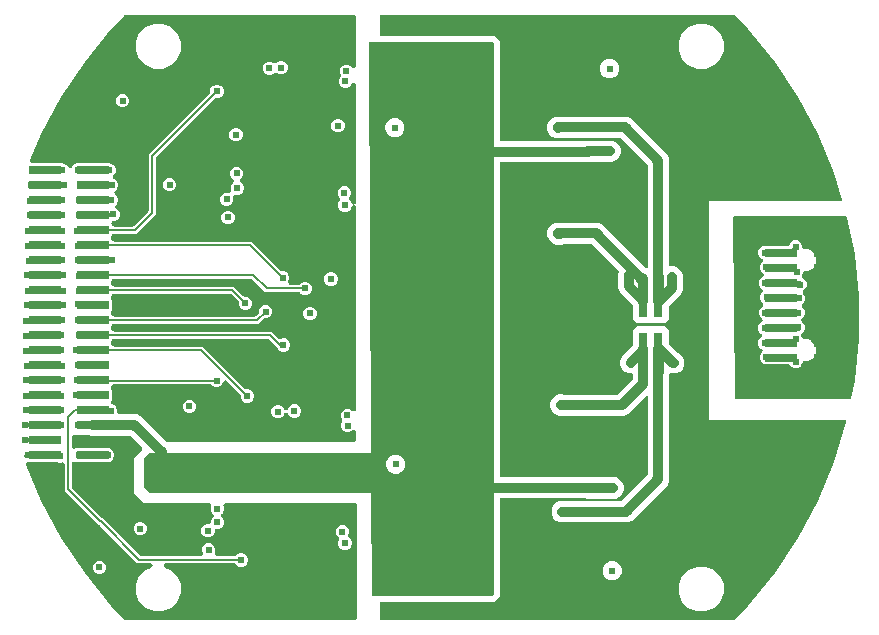
<source format=gbr>
G04 EAGLE Gerber RS-274X export*
G75*
%MOMM*%
%FSLAX34Y34*%
%LPD*%
%INBottom Copper*%
%IPPOS*%
%AMOC8*
5,1,8,0,0,1.08239X$1,22.5*%
G01*
%ADD10R,2.790000X0.740000*%
%ADD11R,0.740000X2.790000*%
%ADD12C,0.610000*%
%ADD13C,0.400000*%
%ADD14C,0.304800*%
%ADD15C,0.812800*%
%ADD16C,0.200000*%

G36*
X778060Y4017D02*
X778060Y4017D01*
X778160Y4027D01*
X778181Y4037D01*
X778203Y4040D01*
X778292Y4087D01*
X778384Y4129D01*
X778406Y4147D01*
X778421Y4156D01*
X778443Y4179D01*
X778512Y4237D01*
X789467Y15744D01*
X789479Y15761D01*
X789504Y15786D01*
X812099Y43318D01*
X812113Y43341D01*
X812144Y43378D01*
X831931Y72992D01*
X831942Y73016D01*
X831970Y73056D01*
X848759Y104467D01*
X848768Y104492D01*
X848791Y104535D01*
X862421Y137440D01*
X862427Y137466D01*
X862446Y137510D01*
X872785Y171593D01*
X872789Y171619D01*
X872804Y171666D01*
X872862Y171960D01*
X872865Y172055D01*
X872876Y172148D01*
X872869Y172177D01*
X872870Y172206D01*
X872843Y172296D01*
X872823Y172389D01*
X872808Y172414D01*
X872800Y172442D01*
X872746Y172519D01*
X872697Y172600D01*
X872675Y172619D01*
X872658Y172643D01*
X872582Y172698D01*
X872510Y172760D01*
X872483Y172771D01*
X872460Y172788D01*
X872370Y172816D01*
X872282Y172852D01*
X872246Y172856D01*
X872225Y172862D01*
X872192Y172862D01*
X872115Y172870D01*
X756880Y172870D01*
X756535Y173215D01*
X756535Y358887D01*
X868580Y358887D01*
X868588Y358888D01*
X868596Y358887D01*
X868709Y358908D01*
X868823Y358927D01*
X868830Y358931D01*
X868838Y358932D01*
X868939Y358988D01*
X869040Y359042D01*
X869046Y359048D01*
X869053Y359052D01*
X869131Y359137D01*
X869209Y359220D01*
X869213Y359228D01*
X869218Y359234D01*
X869265Y359339D01*
X869313Y359443D01*
X869314Y359451D01*
X869317Y359459D01*
X869327Y359574D01*
X869340Y359688D01*
X869338Y359696D01*
X869339Y359704D01*
X869308Y359869D01*
X862446Y382490D01*
X862435Y382513D01*
X862421Y382560D01*
X848791Y415465D01*
X848777Y415488D01*
X848759Y415533D01*
X831970Y446944D01*
X831954Y446965D01*
X831931Y447008D01*
X812144Y476622D01*
X812126Y476641D01*
X812099Y476682D01*
X789504Y504214D01*
X789489Y504228D01*
X789467Y504256D01*
X778512Y515763D01*
X778432Y515824D01*
X778356Y515889D01*
X778334Y515897D01*
X778316Y515911D01*
X778221Y515943D01*
X778127Y515981D01*
X778099Y515984D01*
X778083Y515989D01*
X778050Y515989D01*
X777961Y515999D01*
X478938Y515999D01*
X478918Y515996D01*
X478898Y515998D01*
X478797Y515976D01*
X478695Y515960D01*
X478677Y515950D01*
X478658Y515946D01*
X478569Y515893D01*
X478478Y515844D01*
X478464Y515830D01*
X478447Y515820D01*
X478379Y515741D01*
X478308Y515666D01*
X478300Y515648D01*
X478287Y515633D01*
X478248Y515537D01*
X478205Y515443D01*
X478203Y515423D01*
X478195Y515405D01*
X478177Y515238D01*
X478180Y498878D01*
X478183Y498858D01*
X478181Y498839D01*
X478203Y498738D01*
X478219Y498635D01*
X478229Y498618D01*
X478233Y498598D01*
X478286Y498510D01*
X478335Y498418D01*
X478349Y498404D01*
X478359Y498387D01*
X478438Y498320D01*
X478513Y498249D01*
X478531Y498240D01*
X478546Y498227D01*
X478642Y498189D01*
X478736Y498145D01*
X478756Y498143D01*
X478774Y498135D01*
X478941Y498117D01*
X574385Y498117D01*
X576590Y497203D01*
X578278Y495515D01*
X579192Y493310D01*
X579192Y410367D01*
X579195Y410347D01*
X579193Y410327D01*
X579215Y410226D01*
X579232Y410124D01*
X579241Y410106D01*
X579245Y410087D01*
X579298Y409998D01*
X579347Y409906D01*
X579361Y409893D01*
X579371Y409876D01*
X579450Y409808D01*
X579525Y409737D01*
X579543Y409729D01*
X579558Y409716D01*
X579654Y409677D01*
X579748Y409633D01*
X579768Y409631D01*
X579786Y409624D01*
X579953Y409605D01*
X652117Y409605D01*
X652182Y409616D01*
X652248Y409617D01*
X652328Y409640D01*
X652360Y409645D01*
X652377Y409654D01*
X652409Y409663D01*
X652615Y409749D01*
X674382Y409749D01*
X677714Y408369D01*
X680264Y405819D01*
X681644Y402487D01*
X681644Y398881D01*
X680264Y395549D01*
X677714Y392999D01*
X674382Y391619D01*
X656576Y391619D01*
X656511Y391609D01*
X656445Y391608D01*
X656365Y391585D01*
X656333Y391580D01*
X656316Y391570D01*
X656284Y391561D01*
X656078Y391476D01*
X579953Y391476D01*
X579933Y391473D01*
X579914Y391475D01*
X579812Y391453D01*
X579710Y391436D01*
X579693Y391427D01*
X579673Y391423D01*
X579584Y391369D01*
X579493Y391321D01*
X579479Y391307D01*
X579462Y391296D01*
X579395Y391218D01*
X579324Y391143D01*
X579315Y391125D01*
X579302Y391109D01*
X579263Y391013D01*
X579220Y390920D01*
X579218Y390900D01*
X579210Y390881D01*
X579192Y390715D01*
X579192Y125727D01*
X579195Y125707D01*
X579193Y125688D01*
X579215Y125586D01*
X579232Y125484D01*
X579241Y125467D01*
X579245Y125447D01*
X579298Y125358D01*
X579347Y125267D01*
X579361Y125253D01*
X579371Y125236D01*
X579450Y125169D01*
X579525Y125098D01*
X579543Y125089D01*
X579558Y125076D01*
X579654Y125037D01*
X579748Y124994D01*
X579768Y124992D01*
X579786Y124984D01*
X579953Y124966D01*
X656167Y124966D01*
X656653Y124764D01*
X656717Y124749D01*
X656778Y124725D01*
X656861Y124716D01*
X656893Y124708D01*
X656912Y124710D01*
X656945Y124706D01*
X677374Y124706D01*
X680706Y123326D01*
X683256Y120776D01*
X684636Y117445D01*
X684636Y113839D01*
X683256Y110507D01*
X680706Y107957D01*
X677374Y106577D01*
X652820Y106577D01*
X652334Y106778D01*
X652270Y106793D01*
X652209Y106818D01*
X652126Y106827D01*
X652094Y106835D01*
X652075Y106833D01*
X652042Y106836D01*
X579953Y106836D01*
X579933Y106833D01*
X579914Y106835D01*
X579812Y106813D01*
X579710Y106797D01*
X579693Y106787D01*
X579673Y106783D01*
X579584Y106730D01*
X579493Y106682D01*
X579479Y106667D01*
X579462Y106657D01*
X579395Y106578D01*
X579324Y106503D01*
X579315Y106485D01*
X579302Y106470D01*
X579263Y106374D01*
X579220Y106280D01*
X579218Y106260D01*
X579210Y106242D01*
X579192Y106075D01*
X579192Y24365D01*
X578278Y22159D01*
X576590Y20471D01*
X574385Y19558D01*
X479031Y19558D01*
X479011Y19555D01*
X478991Y19557D01*
X478890Y19535D01*
X478788Y19518D01*
X478771Y19509D01*
X478751Y19505D01*
X478662Y19451D01*
X478571Y19403D01*
X478557Y19389D01*
X478540Y19378D01*
X478473Y19300D01*
X478401Y19225D01*
X478393Y19207D01*
X478380Y19191D01*
X478341Y19095D01*
X478298Y19002D01*
X478296Y18982D01*
X478288Y18963D01*
X478270Y18796D01*
X478272Y4762D01*
X478276Y4742D01*
X478273Y4723D01*
X478295Y4621D01*
X478312Y4519D01*
X478321Y4502D01*
X478326Y4482D01*
X478379Y4393D01*
X478427Y4302D01*
X478442Y4288D01*
X478452Y4271D01*
X478530Y4204D01*
X478606Y4132D01*
X478624Y4124D01*
X478639Y4111D01*
X478735Y4072D01*
X478829Y4029D01*
X478848Y4027D01*
X478867Y4019D01*
X479034Y4001D01*
X777961Y4001D01*
X778060Y4017D01*
G37*
G36*
X455678Y154684D02*
X455678Y154684D01*
X455708Y154682D01*
X455877Y154704D01*
X456045Y154721D01*
X456074Y154730D01*
X456104Y154734D01*
X456265Y154789D01*
X456427Y154839D01*
X456454Y154854D01*
X456482Y154864D01*
X456628Y154949D01*
X456778Y155031D01*
X456801Y155051D01*
X456827Y155066D01*
X456953Y155179D01*
X457083Y155288D01*
X457102Y155312D01*
X457124Y155332D01*
X457225Y155468D01*
X457331Y155601D01*
X457345Y155629D01*
X457363Y155653D01*
X457435Y155806D01*
X457512Y155958D01*
X457520Y155987D01*
X457533Y156014D01*
X457573Y156179D01*
X457618Y156343D01*
X457621Y156373D01*
X457628Y156402D01*
X457647Y156681D01*
X457647Y162814D01*
X457646Y162829D01*
X457647Y162844D01*
X457626Y163028D01*
X457607Y163211D01*
X457603Y163226D01*
X457601Y163241D01*
X457544Y163416D01*
X457489Y163593D01*
X457482Y163606D01*
X457477Y163621D01*
X457387Y163780D01*
X457298Y163943D01*
X457288Y163955D01*
X457280Y163968D01*
X457159Y164108D01*
X457040Y164249D01*
X457028Y164258D01*
X457018Y164270D01*
X456872Y164382D01*
X456727Y164497D01*
X456714Y164504D01*
X456702Y164513D01*
X456536Y164594D01*
X456371Y164678D01*
X456357Y164682D01*
X456343Y164689D01*
X456164Y164735D01*
X455986Y164784D01*
X455971Y164785D01*
X455956Y164789D01*
X455773Y164799D01*
X455588Y164812D01*
X455573Y164810D01*
X455558Y164811D01*
X455375Y164784D01*
X455192Y164760D01*
X455177Y164755D01*
X455162Y164753D01*
X454988Y164691D01*
X454814Y164631D01*
X454801Y164623D01*
X454787Y164618D01*
X454629Y164522D01*
X454469Y164429D01*
X454458Y164419D01*
X454445Y164411D01*
X454234Y164228D01*
X453790Y163783D01*
X451735Y162932D01*
X449511Y162932D01*
X447456Y163783D01*
X445884Y165356D01*
X445032Y167411D01*
X445032Y169635D01*
X445962Y171880D01*
X445973Y171916D01*
X445990Y171950D01*
X446031Y172107D01*
X446077Y172262D01*
X446081Y172300D01*
X446090Y172336D01*
X446099Y172498D01*
X446114Y172660D01*
X446110Y172697D01*
X446112Y172735D01*
X446089Y172895D01*
X446071Y173057D01*
X446060Y173093D01*
X446054Y173130D01*
X446000Y173283D01*
X445950Y173438D01*
X445932Y173471D01*
X445919Y173506D01*
X445835Y173645D01*
X445756Y173787D01*
X445732Y173815D01*
X445712Y173848D01*
X445626Y173947D01*
X444764Y176026D01*
X444764Y178251D01*
X445615Y180305D01*
X447188Y181878D01*
X449243Y182729D01*
X451467Y182729D01*
X453522Y181878D01*
X454234Y181166D01*
X454246Y181156D01*
X454256Y181145D01*
X454401Y181030D01*
X454544Y180913D01*
X454557Y180906D01*
X454569Y180896D01*
X454734Y180813D01*
X454897Y180727D01*
X454911Y180722D01*
X454925Y180716D01*
X455103Y180666D01*
X455280Y180614D01*
X455295Y180613D01*
X455310Y180609D01*
X455494Y180596D01*
X455678Y180580D01*
X455693Y180582D01*
X455708Y180581D01*
X455892Y180605D01*
X456075Y180626D01*
X456089Y180631D01*
X456104Y180633D01*
X456279Y180693D01*
X456455Y180750D01*
X456468Y180758D01*
X456482Y180763D01*
X456642Y180856D01*
X456802Y180947D01*
X456814Y180957D01*
X456827Y180965D01*
X456964Y181088D01*
X457104Y181209D01*
X457113Y181221D01*
X457124Y181231D01*
X457234Y181379D01*
X457347Y181526D01*
X457354Y181539D01*
X457363Y181552D01*
X457441Y181718D01*
X457523Y181885D01*
X457526Y181899D01*
X457533Y181913D01*
X457577Y182092D01*
X457623Y182271D01*
X457624Y182286D01*
X457628Y182301D01*
X457647Y182579D01*
X457647Y353018D01*
X457647Y353026D01*
X457647Y353033D01*
X457627Y353225D01*
X457607Y353416D01*
X457605Y353423D01*
X457604Y353431D01*
X457546Y353614D01*
X457489Y353797D01*
X457486Y353804D01*
X457483Y353811D01*
X457391Y353977D01*
X457298Y354148D01*
X457293Y354154D01*
X457289Y354160D01*
X457165Y354306D01*
X457040Y354453D01*
X457034Y354458D01*
X457029Y354464D01*
X456877Y354583D01*
X456727Y354701D01*
X456721Y354705D01*
X456715Y354709D01*
X456542Y354795D01*
X456371Y354882D01*
X456364Y354884D01*
X456357Y354888D01*
X456170Y354938D01*
X455986Y354989D01*
X455979Y354989D01*
X455971Y354991D01*
X455778Y355003D01*
X455588Y355017D01*
X455580Y355016D01*
X455573Y355016D01*
X455382Y354990D01*
X455192Y354965D01*
X455185Y354962D01*
X455177Y354961D01*
X454996Y354898D01*
X454814Y354835D01*
X454807Y354831D01*
X454800Y354829D01*
X454636Y354731D01*
X454469Y354633D01*
X454464Y354628D01*
X454457Y354624D01*
X454316Y354496D01*
X454172Y354367D01*
X454167Y354361D01*
X454162Y354356D01*
X454046Y354198D01*
X453933Y354046D01*
X453930Y354040D01*
X453926Y354033D01*
X453801Y353784D01*
X453135Y352175D01*
X451562Y350603D01*
X449507Y349752D01*
X447283Y349752D01*
X445228Y350603D01*
X443656Y352175D01*
X442805Y354230D01*
X442805Y356454D01*
X443656Y358509D01*
X443861Y358715D01*
X443881Y358738D01*
X443904Y358758D01*
X444007Y358893D01*
X444114Y359024D01*
X444128Y359051D01*
X444147Y359075D01*
X444222Y359228D01*
X444301Y359378D01*
X444309Y359407D01*
X444322Y359434D01*
X444365Y359598D01*
X444413Y359761D01*
X444416Y359791D01*
X444423Y359820D01*
X444432Y359989D01*
X444447Y360159D01*
X444443Y360189D01*
X444445Y360219D01*
X444421Y360387D01*
X444401Y360556D01*
X444392Y360584D01*
X444387Y360614D01*
X444330Y360774D01*
X444277Y360935D01*
X444262Y360962D01*
X444252Y360990D01*
X444164Y361135D01*
X444080Y361283D01*
X444060Y361306D01*
X444045Y361332D01*
X443862Y361542D01*
X443145Y362259D01*
X442294Y364314D01*
X442294Y366538D01*
X443145Y368593D01*
X444718Y370165D01*
X446773Y371016D01*
X448997Y371016D01*
X451052Y370165D01*
X452624Y368593D01*
X453476Y366538D01*
X453476Y364314D01*
X452624Y362259D01*
X452419Y362053D01*
X452399Y362029D01*
X452377Y362010D01*
X452273Y361875D01*
X452166Y361744D01*
X452152Y361717D01*
X452133Y361693D01*
X452058Y361540D01*
X451979Y361390D01*
X451971Y361361D01*
X451958Y361334D01*
X451915Y361169D01*
X451867Y361007D01*
X451865Y360977D01*
X451857Y360948D01*
X451848Y360778D01*
X451833Y360609D01*
X451837Y360579D01*
X451835Y360549D01*
X451860Y360381D01*
X451879Y360212D01*
X451889Y360183D01*
X451893Y360154D01*
X451950Y359994D01*
X452003Y359833D01*
X452018Y359806D01*
X452028Y359778D01*
X452116Y359632D01*
X452200Y359485D01*
X452220Y359462D01*
X452235Y359436D01*
X452419Y359225D01*
X453135Y358509D01*
X453801Y356901D01*
X453805Y356894D01*
X453807Y356887D01*
X453899Y356718D01*
X453990Y356549D01*
X453995Y356543D01*
X453998Y356537D01*
X454122Y356390D01*
X454245Y356242D01*
X454251Y356237D01*
X454256Y356231D01*
X454406Y356112D01*
X454556Y355991D01*
X454563Y355988D01*
X454569Y355983D01*
X454740Y355896D01*
X454911Y355808D01*
X454918Y355806D01*
X454925Y355802D01*
X455109Y355751D01*
X455295Y355698D01*
X455303Y355698D01*
X455310Y355696D01*
X455500Y355682D01*
X455693Y355667D01*
X455701Y355668D01*
X455708Y355668D01*
X455899Y355693D01*
X456090Y355716D01*
X456097Y355719D01*
X456104Y355720D01*
X456286Y355782D01*
X456469Y355843D01*
X456475Y355847D01*
X456482Y355849D01*
X456648Y355946D01*
X456815Y356043D01*
X456820Y356048D01*
X456827Y356051D01*
X456970Y356180D01*
X457114Y356307D01*
X457119Y356313D01*
X457124Y356318D01*
X457240Y356473D01*
X457355Y356625D01*
X457358Y356632D01*
X457363Y356638D01*
X457445Y356813D01*
X457528Y356985D01*
X457530Y356993D01*
X457533Y357000D01*
X457579Y357187D01*
X457626Y357373D01*
X457626Y357380D01*
X457628Y357388D01*
X457647Y357666D01*
X457647Y456949D01*
X457647Y456956D01*
X457647Y456964D01*
X457627Y457154D01*
X457607Y457346D01*
X457605Y457353D01*
X457604Y457361D01*
X457547Y457542D01*
X457489Y457728D01*
X457486Y457734D01*
X457483Y457741D01*
X457391Y457907D01*
X457298Y458078D01*
X457293Y458084D01*
X457289Y458091D01*
X457164Y458236D01*
X457040Y458383D01*
X457034Y458388D01*
X457029Y458394D01*
X456877Y458513D01*
X456727Y458632D01*
X456721Y458635D01*
X456715Y458640D01*
X456542Y458726D01*
X456371Y458813D01*
X456364Y458815D01*
X456357Y458818D01*
X456171Y458868D01*
X455986Y458919D01*
X455979Y458920D01*
X455971Y458922D01*
X455778Y458934D01*
X455588Y458947D01*
X455580Y458946D01*
X455573Y458946D01*
X455382Y458920D01*
X455192Y458895D01*
X455185Y458893D01*
X455177Y458892D01*
X454995Y458828D01*
X454814Y458766D01*
X454807Y458762D01*
X454800Y458759D01*
X454635Y458660D01*
X454469Y458563D01*
X454464Y458558D01*
X454457Y458555D01*
X454315Y458425D01*
X454172Y458297D01*
X454167Y458291D01*
X454162Y458286D01*
X454047Y458130D01*
X453933Y457977D01*
X453930Y457970D01*
X453926Y457964D01*
X453801Y457714D01*
X453391Y456723D01*
X451818Y455150D01*
X449763Y454299D01*
X447539Y454299D01*
X445484Y455150D01*
X443911Y456723D01*
X443060Y458778D01*
X443060Y461002D01*
X443911Y463057D01*
X444269Y463415D01*
X444293Y463444D01*
X444322Y463469D01*
X444420Y463599D01*
X444522Y463724D01*
X444540Y463758D01*
X444563Y463788D01*
X444633Y463934D01*
X444708Y464077D01*
X444719Y464114D01*
X444735Y464148D01*
X444775Y464305D01*
X444821Y464461D01*
X444824Y464498D01*
X444833Y464535D01*
X444841Y464697D01*
X444855Y464859D01*
X444850Y464896D01*
X444852Y464934D01*
X444827Y465094D01*
X444809Y465255D01*
X444797Y465291D01*
X444791Y465329D01*
X444703Y465594D01*
X443947Y467419D01*
X443947Y469643D01*
X444798Y471698D01*
X446370Y473271D01*
X448425Y474122D01*
X450649Y474122D01*
X452704Y473271D01*
X454234Y471741D01*
X454246Y471731D01*
X454256Y471720D01*
X454400Y471605D01*
X454544Y471488D01*
X454557Y471481D01*
X454569Y471471D01*
X454734Y471388D01*
X454897Y471302D01*
X454911Y471297D01*
X454925Y471290D01*
X455103Y471241D01*
X455280Y471189D01*
X455295Y471188D01*
X455310Y471184D01*
X455494Y471171D01*
X455678Y471155D01*
X455693Y471157D01*
X455708Y471156D01*
X455892Y471180D01*
X456075Y471201D01*
X456089Y471206D01*
X456104Y471208D01*
X456279Y471268D01*
X456455Y471325D01*
X456468Y471333D01*
X456482Y471337D01*
X456642Y471431D01*
X456802Y471522D01*
X456814Y471532D01*
X456827Y471540D01*
X456964Y471663D01*
X457104Y471784D01*
X457113Y471796D01*
X457124Y471806D01*
X457234Y471954D01*
X457347Y472101D01*
X457354Y472114D01*
X457363Y472126D01*
X457441Y472293D01*
X457523Y472459D01*
X457526Y472474D01*
X457533Y472488D01*
X457577Y472668D01*
X457623Y472846D01*
X457624Y472861D01*
X457628Y472876D01*
X457647Y473154D01*
X457647Y514000D01*
X457644Y514030D01*
X457646Y514060D01*
X457624Y514229D01*
X457607Y514397D01*
X457598Y514426D01*
X457595Y514456D01*
X457540Y514617D01*
X457489Y514779D01*
X457475Y514806D01*
X457465Y514834D01*
X457379Y514980D01*
X457298Y515129D01*
X457278Y515153D01*
X457263Y515179D01*
X457150Y515305D01*
X457040Y515435D01*
X457017Y515454D01*
X456996Y515476D01*
X456860Y515577D01*
X456727Y515683D01*
X456700Y515697D01*
X456676Y515715D01*
X456523Y515787D01*
X456371Y515864D01*
X456342Y515872D01*
X456315Y515885D01*
X456149Y515925D01*
X455986Y515970D01*
X455956Y515973D01*
X455927Y515980D01*
X455648Y515999D01*
X262569Y515999D01*
X262500Y515992D01*
X262430Y515994D01*
X262302Y515972D01*
X262172Y515959D01*
X262105Y515939D01*
X262036Y515927D01*
X261915Y515880D01*
X261790Y515841D01*
X261729Y515808D01*
X261664Y515782D01*
X261554Y515712D01*
X261440Y515650D01*
X261387Y515605D01*
X261328Y515567D01*
X261158Y515412D01*
X261135Y515392D01*
X261130Y515386D01*
X261122Y515379D01*
X250553Y504278D01*
X250522Y504238D01*
X250456Y504168D01*
X227938Y476730D01*
X227906Y476683D01*
X227821Y476572D01*
X208101Y447059D01*
X208074Y447009D01*
X208000Y446891D01*
X191268Y415587D01*
X191246Y415535D01*
X191184Y415410D01*
X182015Y393275D01*
X182009Y393253D01*
X181999Y393233D01*
X181951Y393062D01*
X181900Y392893D01*
X181898Y392870D01*
X181892Y392848D01*
X181880Y392671D01*
X181863Y392495D01*
X181866Y392472D01*
X181864Y392450D01*
X181887Y392274D01*
X181906Y392098D01*
X181913Y392076D01*
X181916Y392054D01*
X181974Y391886D01*
X182027Y391717D01*
X182038Y391697D01*
X182046Y391676D01*
X182136Y391523D01*
X182221Y391368D01*
X182236Y391351D01*
X182248Y391331D01*
X182366Y391199D01*
X182481Y391065D01*
X182499Y391051D01*
X182514Y391034D01*
X182656Y390928D01*
X182796Y390819D01*
X182817Y390809D01*
X182835Y390795D01*
X182995Y390720D01*
X183154Y390641D01*
X183175Y390635D01*
X183196Y390625D01*
X183368Y390583D01*
X183539Y390537D01*
X183562Y390536D01*
X183584Y390530D01*
X183863Y390511D01*
X209331Y390511D01*
X209338Y390507D01*
X209488Y390471D01*
X209637Y390427D01*
X209682Y390423D01*
X209726Y390412D01*
X210005Y390393D01*
X210087Y390393D01*
X212142Y389542D01*
X213714Y387969D01*
X213748Y387888D01*
X213755Y387874D01*
X213760Y387860D01*
X213850Y387699D01*
X213937Y387536D01*
X213947Y387524D01*
X213954Y387511D01*
X214074Y387371D01*
X214192Y387229D01*
X214204Y387219D01*
X214214Y387208D01*
X214359Y387094D01*
X214503Y386978D01*
X214517Y386971D01*
X214529Y386962D01*
X214694Y386880D01*
X214858Y386794D01*
X214873Y386790D01*
X214886Y386784D01*
X215064Y386736D01*
X215242Y386685D01*
X215257Y386684D01*
X215272Y386680D01*
X215455Y386669D01*
X215640Y386654D01*
X215655Y386656D01*
X215670Y386655D01*
X215852Y386680D01*
X216037Y386703D01*
X216051Y386708D01*
X216066Y386710D01*
X216241Y386771D01*
X216416Y386830D01*
X216429Y386837D01*
X216443Y386842D01*
X216603Y386938D01*
X216762Y387029D01*
X216773Y387039D01*
X216786Y387047D01*
X216923Y387172D01*
X217061Y387293D01*
X217070Y387306D01*
X217081Y387316D01*
X217191Y387465D01*
X217302Y387612D01*
X217309Y387626D01*
X217318Y387638D01*
X217442Y387888D01*
X217635Y388352D01*
X219207Y389925D01*
X219537Y390061D01*
X219583Y390086D01*
X219633Y390104D01*
X219759Y390181D01*
X219889Y390250D01*
X219929Y390284D01*
X219974Y390312D01*
X220185Y390495D01*
X220201Y390511D01*
X220224Y390511D01*
X220277Y390516D01*
X220329Y390514D01*
X220475Y390536D01*
X220621Y390551D01*
X220672Y390566D01*
X220724Y390574D01*
X220989Y390663D01*
X221262Y390776D01*
X223486Y390776D01*
X223759Y390663D01*
X223810Y390648D01*
X223858Y390625D01*
X224001Y390590D01*
X224142Y390548D01*
X224194Y390543D01*
X224246Y390530D01*
X224524Y390511D01*
X249759Y390511D01*
X249912Y390357D01*
X249953Y390324D01*
X249989Y390284D01*
X250108Y390197D01*
X250222Y390104D01*
X250268Y390080D01*
X250311Y390048D01*
X250561Y389924D01*
X251739Y389436D01*
X253312Y387863D01*
X254163Y385808D01*
X254163Y383584D01*
X253312Y381529D01*
X252293Y380510D01*
X252279Y380493D01*
X252261Y380478D01*
X252152Y380338D01*
X252040Y380201D01*
X252030Y380181D01*
X252016Y380163D01*
X251936Y380005D01*
X251854Y379848D01*
X251847Y379826D01*
X251837Y379806D01*
X251791Y379635D01*
X251741Y379465D01*
X251740Y379442D01*
X251734Y379420D01*
X251723Y379244D01*
X251708Y379067D01*
X251710Y379044D01*
X251709Y379021D01*
X251733Y378846D01*
X251753Y378670D01*
X251760Y378648D01*
X251764Y378626D01*
X251823Y378458D01*
X251877Y378290D01*
X251888Y378270D01*
X251896Y378249D01*
X251987Y378096D01*
X252074Y377943D01*
X252089Y377925D01*
X252101Y377906D01*
X252220Y377774D01*
X252336Y377641D01*
X252354Y377627D01*
X252369Y377610D01*
X252513Y377505D01*
X252653Y377398D01*
X252673Y377388D01*
X252692Y377374D01*
X252942Y377250D01*
X253807Y376891D01*
X255379Y375319D01*
X256230Y373264D01*
X256230Y371040D01*
X255379Y368985D01*
X253619Y367224D01*
X253600Y367201D01*
X253577Y367181D01*
X253473Y367047D01*
X253366Y366915D01*
X253352Y366888D01*
X253333Y366864D01*
X253259Y366712D01*
X253180Y366562D01*
X253171Y366533D01*
X253158Y366505D01*
X253115Y366342D01*
X253067Y366178D01*
X253065Y366148D01*
X253057Y366119D01*
X253048Y365950D01*
X253033Y365780D01*
X253037Y365750D01*
X253035Y365720D01*
X253060Y365552D01*
X253079Y365384D01*
X253089Y365355D01*
X253093Y365325D01*
X253151Y365165D01*
X253203Y365004D01*
X253218Y364978D01*
X253228Y364949D01*
X253316Y364805D01*
X253400Y364656D01*
X253420Y364633D01*
X253436Y364608D01*
X253619Y364397D01*
X255333Y362682D01*
X256185Y360627D01*
X256185Y358403D01*
X255333Y356348D01*
X254313Y355328D01*
X254299Y355311D01*
X254281Y355296D01*
X254172Y355156D01*
X254060Y355019D01*
X254050Y354999D01*
X254036Y354981D01*
X253957Y354822D01*
X253874Y354666D01*
X253868Y354644D01*
X253858Y354624D01*
X253812Y354453D01*
X253762Y354282D01*
X253760Y354260D01*
X253754Y354238D01*
X253743Y354061D01*
X253728Y353885D01*
X253730Y353862D01*
X253729Y353839D01*
X253753Y353664D01*
X253774Y353488D01*
X253781Y353466D01*
X253784Y353444D01*
X253843Y353276D01*
X253898Y353108D01*
X253909Y353088D01*
X253916Y353067D01*
X254007Y352915D01*
X254094Y352760D01*
X254109Y352743D01*
X254121Y352724D01*
X254240Y352592D01*
X254356Y352459D01*
X254374Y352445D01*
X254390Y352428D01*
X254533Y352323D01*
X254673Y352216D01*
X254694Y352206D01*
X254712Y352192D01*
X254962Y352068D01*
X255047Y352032D01*
X256620Y350460D01*
X257471Y348405D01*
X257471Y346181D01*
X256620Y344126D01*
X255047Y342553D01*
X252992Y341702D01*
X252594Y341702D01*
X252579Y341700D01*
X252564Y341702D01*
X252380Y341680D01*
X252197Y341662D01*
X252182Y341658D01*
X252167Y341656D01*
X251991Y341598D01*
X251815Y341544D01*
X251802Y341537D01*
X251787Y341532D01*
X251627Y341441D01*
X251465Y341352D01*
X251453Y341342D01*
X251440Y341335D01*
X251301Y341214D01*
X251159Y341095D01*
X251150Y341083D01*
X251138Y341073D01*
X251026Y340927D01*
X250911Y340782D01*
X250904Y340768D01*
X250895Y340756D01*
X250814Y340591D01*
X250730Y340426D01*
X250726Y340411D01*
X250720Y340397D01*
X250673Y340218D01*
X250624Y340041D01*
X250623Y340026D01*
X250619Y340011D01*
X250609Y339826D01*
X250596Y339642D01*
X250598Y339627D01*
X250597Y339612D01*
X250624Y339430D01*
X250648Y339246D01*
X250653Y339232D01*
X250655Y339217D01*
X250717Y339044D01*
X250777Y338868D01*
X250785Y338855D01*
X250790Y338841D01*
X250886Y338684D01*
X250979Y338524D01*
X250989Y338513D01*
X250997Y338500D01*
X251005Y338491D01*
X251039Y338393D01*
X251089Y338231D01*
X251103Y338204D01*
X251113Y338176D01*
X251199Y338030D01*
X251280Y337881D01*
X251300Y337857D01*
X251315Y337831D01*
X251428Y337705D01*
X251538Y337575D01*
X251561Y337556D01*
X251582Y337534D01*
X251718Y337433D01*
X251851Y337327D01*
X251878Y337313D01*
X251902Y337295D01*
X252055Y337223D01*
X252207Y337146D01*
X252236Y337138D01*
X252263Y337125D01*
X252429Y337085D01*
X252592Y337040D01*
X252622Y337037D01*
X252651Y337030D01*
X252930Y337011D01*
X268368Y337011D01*
X268413Y337015D01*
X268458Y337013D01*
X268611Y337035D01*
X268765Y337051D01*
X268808Y337064D01*
X268853Y337071D01*
X268999Y337123D01*
X269147Y337169D01*
X269186Y337190D01*
X269229Y337206D01*
X269361Y337286D01*
X269497Y337360D01*
X269532Y337390D01*
X269571Y337413D01*
X269781Y337596D01*
X281377Y349192D01*
X281405Y349227D01*
X281439Y349257D01*
X281531Y349381D01*
X281629Y349501D01*
X281651Y349541D01*
X281678Y349577D01*
X281743Y349717D01*
X281816Y349854D01*
X281828Y349898D01*
X281848Y349939D01*
X281884Y350089D01*
X281928Y350237D01*
X281932Y350283D01*
X281943Y350327D01*
X281962Y350605D01*
X281962Y397953D01*
X333697Y449688D01*
X333726Y449723D01*
X333759Y449754D01*
X333852Y449877D01*
X333950Y449997D01*
X333971Y450038D01*
X333998Y450074D01*
X334064Y450214D01*
X334136Y450351D01*
X334149Y450394D01*
X334168Y450435D01*
X334205Y450586D01*
X334248Y450734D01*
X334252Y450779D01*
X334263Y450823D01*
X334283Y451102D01*
X334283Y452733D01*
X335134Y454788D01*
X336706Y456360D01*
X338761Y457211D01*
X340985Y457211D01*
X343040Y456360D01*
X344613Y454788D01*
X345464Y452733D01*
X345464Y450509D01*
X344613Y448454D01*
X343040Y446881D01*
X340985Y446030D01*
X339354Y446030D01*
X339309Y446025D01*
X339264Y446028D01*
X339111Y446006D01*
X338957Y445990D01*
X338914Y445977D01*
X338869Y445970D01*
X338723Y445918D01*
X338575Y445872D01*
X338536Y445850D01*
X338493Y445835D01*
X338361Y445755D01*
X338225Y445680D01*
X338190Y445651D01*
X338151Y445628D01*
X337941Y445444D01*
X288549Y396053D01*
X288520Y396018D01*
X288487Y395987D01*
X288394Y395864D01*
X288296Y395744D01*
X288275Y395703D01*
X288248Y395667D01*
X288182Y395527D01*
X288110Y395390D01*
X288097Y395347D01*
X288078Y395306D01*
X288041Y395155D01*
X287998Y395007D01*
X287994Y394962D01*
X287983Y394918D01*
X287964Y394639D01*
X287964Y347291D01*
X271682Y331009D01*
X252930Y331009D01*
X252900Y331006D01*
X252870Y331008D01*
X252701Y330986D01*
X252533Y330969D01*
X252504Y330960D01*
X252474Y330956D01*
X252313Y330901D01*
X252151Y330851D01*
X252124Y330837D01*
X252096Y330827D01*
X251950Y330741D01*
X251801Y330660D01*
X251777Y330640D01*
X251751Y330625D01*
X251625Y330512D01*
X251495Y330402D01*
X251476Y330379D01*
X251454Y330358D01*
X251353Y330222D01*
X251247Y330089D01*
X251233Y330062D01*
X251215Y330038D01*
X251143Y329885D01*
X251066Y329733D01*
X251058Y329704D01*
X251045Y329677D01*
X251019Y329569D01*
X250523Y329074D01*
X250504Y329050D01*
X250481Y329030D01*
X250378Y328896D01*
X250270Y328764D01*
X250256Y328738D01*
X250238Y328714D01*
X250163Y328561D01*
X250084Y328411D01*
X250076Y328382D01*
X250062Y328355D01*
X250020Y328191D01*
X249972Y328028D01*
X249969Y327998D01*
X249962Y327968D01*
X249952Y327800D01*
X249938Y327630D01*
X249941Y327600D01*
X249940Y327570D01*
X249964Y327402D01*
X249984Y327233D01*
X249993Y327204D01*
X249997Y327174D01*
X250055Y327014D01*
X250108Y326853D01*
X250122Y326827D01*
X250133Y326799D01*
X250221Y326653D01*
X250304Y326506D01*
X250324Y326483D01*
X250340Y326457D01*
X250523Y326246D01*
X251019Y325751D01*
X251039Y325693D01*
X251089Y325531D01*
X251103Y325504D01*
X251113Y325476D01*
X251199Y325330D01*
X251280Y325181D01*
X251300Y325157D01*
X251315Y325131D01*
X251428Y325005D01*
X251538Y324875D01*
X251561Y324856D01*
X251582Y324834D01*
X251718Y324733D01*
X251851Y324627D01*
X251878Y324613D01*
X251902Y324595D01*
X252055Y324523D01*
X252207Y324446D01*
X252236Y324438D01*
X252263Y324425D01*
X252429Y324385D01*
X252592Y324340D01*
X252622Y324337D01*
X252651Y324330D01*
X252930Y324311D01*
X369232Y324311D01*
X393855Y299688D01*
X393890Y299659D01*
X393920Y299625D01*
X394044Y299533D01*
X394164Y299435D01*
X394204Y299414D01*
X394241Y299386D01*
X394381Y299321D01*
X394518Y299248D01*
X394561Y299236D01*
X394602Y299216D01*
X394753Y299180D01*
X394901Y299136D01*
X394946Y299132D01*
X394990Y299121D01*
X395269Y299102D01*
X396838Y299102D01*
X398893Y298251D01*
X400466Y296678D01*
X401317Y294623D01*
X401317Y292399D01*
X400482Y290384D01*
X400475Y290363D01*
X400465Y290342D01*
X400418Y290172D01*
X400367Y290002D01*
X400365Y289979D01*
X400359Y289957D01*
X400346Y289780D01*
X400330Y289604D01*
X400332Y289582D01*
X400331Y289559D01*
X400354Y289383D01*
X400373Y289207D01*
X400380Y289185D01*
X400383Y289163D01*
X400440Y288995D01*
X400494Y288826D01*
X400505Y288807D01*
X400512Y288785D01*
X400602Y288632D01*
X400688Y288477D01*
X400703Y288460D01*
X400714Y288440D01*
X400833Y288308D01*
X400948Y288174D01*
X400966Y288160D01*
X400981Y288143D01*
X401123Y288037D01*
X401263Y287928D01*
X401283Y287918D01*
X401301Y287904D01*
X401462Y287829D01*
X401620Y287750D01*
X401642Y287744D01*
X401663Y287734D01*
X401835Y287692D01*
X402006Y287646D01*
X402029Y287645D01*
X402051Y287639D01*
X402329Y287620D01*
X408787Y287620D01*
X408832Y287624D01*
X408877Y287622D01*
X409030Y287644D01*
X409184Y287660D01*
X409228Y287673D01*
X409273Y287680D01*
X409418Y287732D01*
X409566Y287778D01*
X409606Y287800D01*
X409649Y287815D01*
X409781Y287895D01*
X409917Y287970D01*
X409951Y287999D01*
X409990Y288022D01*
X410201Y288205D01*
X411354Y289359D01*
X413409Y290210D01*
X415633Y290210D01*
X417688Y289359D01*
X419261Y287786D01*
X420112Y285731D01*
X420112Y283507D01*
X419261Y281452D01*
X417688Y279880D01*
X415633Y279028D01*
X413409Y279028D01*
X411354Y279880D01*
X410201Y281033D01*
X410166Y281062D01*
X410135Y281095D01*
X410011Y281188D01*
X409891Y281286D01*
X409851Y281307D01*
X409815Y281334D01*
X409675Y281400D01*
X409538Y281472D01*
X409495Y281485D01*
X409454Y281504D01*
X409303Y281541D01*
X409155Y281584D01*
X409110Y281588D01*
X409066Y281599D01*
X408787Y281618D01*
X380661Y281618D01*
X369956Y292324D01*
X369920Y292352D01*
X369890Y292386D01*
X369766Y292478D01*
X369646Y292577D01*
X369606Y292598D01*
X369570Y292625D01*
X369430Y292691D01*
X369293Y292763D01*
X369250Y292776D01*
X369208Y292795D01*
X369058Y292832D01*
X368910Y292875D01*
X368865Y292879D01*
X368820Y292890D01*
X368542Y292909D01*
X252930Y292909D01*
X252900Y292906D01*
X252870Y292908D01*
X252701Y292886D01*
X252533Y292869D01*
X252504Y292860D01*
X252474Y292856D01*
X252313Y292801D01*
X252151Y292751D01*
X252124Y292737D01*
X252096Y292727D01*
X251950Y292641D01*
X251801Y292560D01*
X251777Y292540D01*
X251751Y292525D01*
X251625Y292412D01*
X251495Y292302D01*
X251476Y292279D01*
X251454Y292258D01*
X251353Y292122D01*
X251247Y291989D01*
X251233Y291962D01*
X251215Y291938D01*
X251143Y291785D01*
X251066Y291633D01*
X251058Y291604D01*
X251045Y291577D01*
X251019Y291469D01*
X250523Y290974D01*
X250504Y290950D01*
X250481Y290930D01*
X250378Y290796D01*
X250270Y290664D01*
X250256Y290638D01*
X250238Y290614D01*
X250163Y290461D01*
X250084Y290311D01*
X250076Y290282D01*
X250062Y290255D01*
X250019Y290090D01*
X249972Y289928D01*
X249969Y289898D01*
X249961Y289868D01*
X249952Y289699D01*
X249938Y289530D01*
X249941Y289500D01*
X249940Y289470D01*
X249964Y289302D01*
X249984Y289133D01*
X249993Y289104D01*
X249997Y289074D01*
X250055Y288915D01*
X250108Y288753D01*
X250122Y288727D01*
X250133Y288698D01*
X250221Y288553D01*
X250304Y288406D01*
X250324Y288383D01*
X250340Y288357D01*
X250523Y288146D01*
X251019Y287651D01*
X251039Y287593D01*
X251089Y287431D01*
X251103Y287404D01*
X251113Y287376D01*
X251199Y287230D01*
X251280Y287081D01*
X251300Y287057D01*
X251315Y287031D01*
X251428Y286905D01*
X251538Y286775D01*
X251561Y286756D01*
X251582Y286734D01*
X251718Y286633D01*
X251851Y286527D01*
X251878Y286513D01*
X251902Y286495D01*
X252055Y286423D01*
X252207Y286346D01*
X252236Y286338D01*
X252263Y286325D01*
X252429Y286285D01*
X252592Y286240D01*
X252622Y286237D01*
X252651Y286230D01*
X252930Y286211D01*
X354144Y286211D01*
X362107Y278248D01*
X362143Y278219D01*
X362173Y278185D01*
X362297Y278093D01*
X362417Y277995D01*
X362457Y277974D01*
X362493Y277946D01*
X362633Y277881D01*
X362770Y277808D01*
X362814Y277796D01*
X362855Y277776D01*
X363005Y277740D01*
X363153Y277696D01*
X363199Y277692D01*
X363243Y277681D01*
X363521Y277662D01*
X365152Y277662D01*
X367207Y276811D01*
X368780Y275238D01*
X369631Y273183D01*
X369631Y270959D01*
X368780Y268904D01*
X367207Y267332D01*
X365152Y266481D01*
X362928Y266481D01*
X360873Y267332D01*
X359300Y268904D01*
X358449Y270959D01*
X358449Y272590D01*
X358445Y272635D01*
X358447Y272681D01*
X358425Y272834D01*
X358409Y272988D01*
X358396Y273031D01*
X358389Y273076D01*
X358337Y273221D01*
X358291Y273369D01*
X358270Y273409D01*
X358254Y273452D01*
X358174Y273584D01*
X358100Y273720D01*
X358070Y273754D01*
X358047Y273793D01*
X357864Y274004D01*
X352244Y279624D01*
X352209Y279652D01*
X352179Y279686D01*
X352055Y279778D01*
X351935Y279877D01*
X351895Y279898D01*
X351858Y279925D01*
X351718Y279991D01*
X351581Y280063D01*
X351538Y280076D01*
X351497Y280095D01*
X351346Y280132D01*
X351198Y280175D01*
X351153Y280179D01*
X351109Y280190D01*
X350830Y280209D01*
X252930Y280209D01*
X252900Y280206D01*
X252870Y280208D01*
X252701Y280186D01*
X252533Y280169D01*
X252504Y280160D01*
X252474Y280156D01*
X252313Y280101D01*
X252151Y280051D01*
X252124Y280037D01*
X252096Y280027D01*
X251950Y279941D01*
X251801Y279860D01*
X251777Y279840D01*
X251751Y279825D01*
X251625Y279712D01*
X251495Y279602D01*
X251476Y279579D01*
X251454Y279558D01*
X251353Y279422D01*
X251247Y279289D01*
X251233Y279262D01*
X251215Y279238D01*
X251143Y279085D01*
X251066Y278933D01*
X251058Y278904D01*
X251045Y278877D01*
X251019Y278769D01*
X250523Y278274D01*
X250504Y278250D01*
X250481Y278230D01*
X250378Y278096D01*
X250270Y277964D01*
X250256Y277938D01*
X250238Y277914D01*
X250163Y277761D01*
X250084Y277611D01*
X250076Y277582D01*
X250062Y277555D01*
X250019Y277390D01*
X249972Y277228D01*
X249969Y277198D01*
X249961Y277168D01*
X249952Y276999D01*
X249938Y276830D01*
X249941Y276800D01*
X249940Y276770D01*
X249964Y276602D01*
X249984Y276433D01*
X249993Y276404D01*
X249997Y276374D01*
X250055Y276215D01*
X250108Y276053D01*
X250122Y276027D01*
X250133Y275998D01*
X250221Y275853D01*
X250304Y275706D01*
X250324Y275683D01*
X250340Y275657D01*
X250523Y275446D01*
X250931Y275039D01*
X250931Y265981D01*
X250523Y265574D01*
X250504Y265550D01*
X250481Y265530D01*
X250378Y265396D01*
X250270Y265264D01*
X250256Y265238D01*
X250238Y265214D01*
X250163Y265061D01*
X250084Y264911D01*
X250076Y264882D01*
X250062Y264855D01*
X250019Y264690D01*
X249972Y264528D01*
X249969Y264498D01*
X249961Y264468D01*
X249952Y264299D01*
X249938Y264130D01*
X249941Y264100D01*
X249940Y264070D01*
X249964Y263902D01*
X249984Y263733D01*
X249993Y263704D01*
X249997Y263674D01*
X250055Y263515D01*
X250108Y263353D01*
X250122Y263327D01*
X250133Y263298D01*
X250221Y263153D01*
X250304Y263006D01*
X250324Y262983D01*
X250340Y262957D01*
X250523Y262746D01*
X251019Y262251D01*
X251039Y262193D01*
X251089Y262031D01*
X251103Y262004D01*
X251113Y261976D01*
X251199Y261830D01*
X251280Y261681D01*
X251300Y261657D01*
X251315Y261631D01*
X251428Y261505D01*
X251538Y261375D01*
X251561Y261356D01*
X251582Y261334D01*
X251718Y261233D01*
X251851Y261127D01*
X251878Y261113D01*
X251902Y261095D01*
X252055Y261023D01*
X252207Y260946D01*
X252236Y260938D01*
X252263Y260925D01*
X252429Y260885D01*
X252592Y260840D01*
X252622Y260837D01*
X252651Y260830D01*
X252930Y260811D01*
X371981Y260811D01*
X372026Y260815D01*
X372071Y260813D01*
X372224Y260835D01*
X372378Y260851D01*
X372421Y260864D01*
X372466Y260871D01*
X372612Y260923D01*
X372760Y260969D01*
X372800Y260990D01*
X372842Y261006D01*
X372974Y261086D01*
X373110Y261160D01*
X373145Y261190D01*
X373184Y261213D01*
X373394Y261396D01*
X375041Y263043D01*
X375070Y263078D01*
X375104Y263108D01*
X375196Y263232D01*
X375294Y263352D01*
X375315Y263392D01*
X375342Y263429D01*
X375408Y263569D01*
X375480Y263706D01*
X375493Y263749D01*
X375512Y263790D01*
X375549Y263940D01*
X375593Y264089D01*
X375596Y264134D01*
X375607Y264178D01*
X375627Y264457D01*
X375627Y266088D01*
X376478Y268142D01*
X378051Y269715D01*
X380105Y270566D01*
X382329Y270566D01*
X384384Y269715D01*
X385957Y268142D01*
X386808Y266088D01*
X386808Y263864D01*
X385957Y261809D01*
X384384Y260236D01*
X382329Y259385D01*
X380698Y259385D01*
X380653Y259380D01*
X380608Y259383D01*
X380455Y259360D01*
X380301Y259345D01*
X380258Y259332D01*
X380213Y259325D01*
X380067Y259273D01*
X379919Y259227D01*
X379880Y259205D01*
X379837Y259190D01*
X379705Y259110D01*
X379569Y259035D01*
X379534Y259006D01*
X379496Y258982D01*
X379285Y258799D01*
X375295Y254809D01*
X252930Y254809D01*
X252900Y254806D01*
X252870Y254808D01*
X252701Y254786D01*
X252533Y254769D01*
X252504Y254760D01*
X252474Y254756D01*
X252313Y254701D01*
X252151Y254651D01*
X252124Y254637D01*
X252096Y254627D01*
X251950Y254541D01*
X251801Y254460D01*
X251777Y254440D01*
X251751Y254425D01*
X251625Y254312D01*
X251495Y254202D01*
X251476Y254179D01*
X251454Y254158D01*
X251353Y254022D01*
X251247Y253889D01*
X251233Y253862D01*
X251215Y253838D01*
X251143Y253685D01*
X251066Y253533D01*
X251058Y253504D01*
X251045Y253477D01*
X251019Y253369D01*
X250523Y252874D01*
X250504Y252850D01*
X250481Y252830D01*
X250378Y252696D01*
X250270Y252564D01*
X250256Y252538D01*
X250238Y252514D01*
X250163Y252361D01*
X250084Y252211D01*
X250076Y252182D01*
X250062Y252155D01*
X250019Y251990D01*
X249972Y251828D01*
X249969Y251798D01*
X249961Y251768D01*
X249952Y251599D01*
X249938Y251430D01*
X249941Y251400D01*
X249940Y251370D01*
X249964Y251202D01*
X249984Y251033D01*
X249993Y251004D01*
X249997Y250974D01*
X250055Y250815D01*
X250108Y250653D01*
X250122Y250627D01*
X250133Y250598D01*
X250221Y250453D01*
X250304Y250306D01*
X250324Y250283D01*
X250340Y250257D01*
X250523Y250046D01*
X251019Y249551D01*
X251039Y249493D01*
X251089Y249331D01*
X251103Y249304D01*
X251113Y249276D01*
X251199Y249130D01*
X251280Y248981D01*
X251300Y248957D01*
X251315Y248931D01*
X251428Y248805D01*
X251538Y248675D01*
X251561Y248656D01*
X251582Y248634D01*
X251718Y248533D01*
X251851Y248427D01*
X251878Y248413D01*
X251902Y248395D01*
X252055Y248323D01*
X252207Y248246D01*
X252236Y248238D01*
X252263Y248225D01*
X252429Y248185D01*
X252592Y248140D01*
X252622Y248137D01*
X252651Y248130D01*
X252930Y248111D01*
X386169Y248111D01*
X391921Y242359D01*
X391950Y242335D01*
X391975Y242307D01*
X392104Y242209D01*
X392230Y242106D01*
X392263Y242089D01*
X392294Y242066D01*
X392440Y241996D01*
X392583Y241920D01*
X392619Y241910D01*
X392654Y241893D01*
X392811Y241853D01*
X392967Y241808D01*
X393004Y241805D01*
X393041Y241795D01*
X393203Y241788D01*
X393365Y241774D01*
X393402Y241778D01*
X393440Y241776D01*
X393600Y241801D01*
X393761Y241820D01*
X393797Y241832D01*
X393835Y241837D01*
X394099Y241926D01*
X394937Y242273D01*
X397161Y242273D01*
X399216Y241422D01*
X400788Y239849D01*
X401640Y237794D01*
X401640Y235570D01*
X400788Y233515D01*
X399216Y231942D01*
X397161Y231091D01*
X394937Y231091D01*
X392882Y231942D01*
X391309Y233515D01*
X390777Y234801D01*
X390752Y234847D01*
X390734Y234897D01*
X390658Y235023D01*
X390588Y235152D01*
X390554Y235193D01*
X390527Y235238D01*
X390343Y235449D01*
X384269Y241524D01*
X384234Y241552D01*
X384203Y241586D01*
X384080Y241678D01*
X383960Y241777D01*
X383919Y241798D01*
X383883Y241825D01*
X383743Y241891D01*
X383606Y241963D01*
X383563Y241976D01*
X383522Y241995D01*
X383371Y242032D01*
X383223Y242075D01*
X383178Y242079D01*
X383134Y242090D01*
X382855Y242109D01*
X252930Y242109D01*
X252900Y242106D01*
X252870Y242108D01*
X252701Y242086D01*
X252533Y242069D01*
X252504Y242060D01*
X252474Y242056D01*
X252313Y242001D01*
X252151Y241951D01*
X252124Y241937D01*
X252096Y241927D01*
X251950Y241841D01*
X251801Y241760D01*
X251777Y241740D01*
X251751Y241725D01*
X251625Y241612D01*
X251495Y241502D01*
X251476Y241479D01*
X251454Y241458D01*
X251353Y241322D01*
X251247Y241189D01*
X251233Y241162D01*
X251215Y241138D01*
X251143Y240985D01*
X251066Y240833D01*
X251058Y240804D01*
X251045Y240777D01*
X251019Y240669D01*
X250523Y240174D01*
X250504Y240150D01*
X250481Y240130D01*
X250378Y239996D01*
X250270Y239864D01*
X250256Y239838D01*
X250238Y239814D01*
X250163Y239661D01*
X250084Y239511D01*
X250076Y239482D01*
X250062Y239455D01*
X250019Y239290D01*
X249972Y239128D01*
X249969Y239098D01*
X249961Y239068D01*
X249952Y238899D01*
X249938Y238730D01*
X249941Y238700D01*
X249940Y238670D01*
X249964Y238502D01*
X249984Y238333D01*
X249993Y238304D01*
X249997Y238274D01*
X250055Y238115D01*
X250108Y237953D01*
X250122Y237927D01*
X250133Y237898D01*
X250221Y237753D01*
X250304Y237606D01*
X250324Y237583D01*
X250340Y237557D01*
X250523Y237346D01*
X251019Y236851D01*
X251039Y236793D01*
X251089Y236631D01*
X251103Y236604D01*
X251113Y236576D01*
X251199Y236430D01*
X251280Y236281D01*
X251300Y236257D01*
X251315Y236231D01*
X251428Y236105D01*
X251538Y235975D01*
X251561Y235956D01*
X251582Y235934D01*
X251718Y235833D01*
X251851Y235727D01*
X251878Y235713D01*
X251902Y235695D01*
X252055Y235623D01*
X252207Y235546D01*
X252236Y235538D01*
X252263Y235525D01*
X252429Y235485D01*
X252592Y235440D01*
X252622Y235437D01*
X252651Y235430D01*
X252930Y235411D01*
X327941Y235411D01*
X363574Y199778D01*
X363609Y199750D01*
X363639Y199716D01*
X363763Y199624D01*
X363883Y199525D01*
X363923Y199504D01*
X363960Y199477D01*
X364100Y199411D01*
X364236Y199339D01*
X364280Y199326D01*
X364321Y199307D01*
X364471Y199270D01*
X364620Y199227D01*
X364665Y199223D01*
X364709Y199212D01*
X364988Y199193D01*
X366619Y199193D01*
X368673Y198342D01*
X370246Y196769D01*
X371097Y194714D01*
X371097Y192490D01*
X370246Y190435D01*
X368673Y188862D01*
X366619Y188011D01*
X364394Y188011D01*
X362340Y188862D01*
X360767Y190435D01*
X359916Y192490D01*
X359916Y194121D01*
X359911Y194166D01*
X359914Y194211D01*
X359891Y194364D01*
X359876Y194518D01*
X359862Y194562D01*
X359856Y194607D01*
X359803Y194752D01*
X359758Y194900D01*
X359736Y194940D01*
X359721Y194982D01*
X359640Y195114D01*
X359566Y195250D01*
X359537Y195285D01*
X359513Y195324D01*
X359330Y195535D01*
X348599Y206266D01*
X348581Y206280D01*
X348567Y206297D01*
X348427Y206406D01*
X348290Y206519D01*
X348270Y206529D01*
X348252Y206543D01*
X348093Y206622D01*
X347937Y206705D01*
X347915Y206711D01*
X347894Y206721D01*
X347723Y206767D01*
X347553Y206817D01*
X347531Y206819D01*
X347509Y206825D01*
X347333Y206836D01*
X347155Y206851D01*
X347133Y206848D01*
X347110Y206850D01*
X346935Y206826D01*
X346759Y206805D01*
X346737Y206798D01*
X346714Y206795D01*
X346547Y206736D01*
X346379Y206681D01*
X346359Y206670D01*
X346338Y206663D01*
X346185Y206572D01*
X346031Y206484D01*
X346014Y206470D01*
X345995Y206458D01*
X345863Y206339D01*
X345730Y206222D01*
X345716Y206204D01*
X345699Y206189D01*
X345595Y206047D01*
X345486Y205906D01*
X345476Y205885D01*
X345463Y205867D01*
X345338Y205617D01*
X344404Y203362D01*
X342831Y201789D01*
X340777Y200938D01*
X338552Y200938D01*
X336498Y201789D01*
X335344Y202942D01*
X335309Y202971D01*
X335279Y203005D01*
X335155Y203097D01*
X335035Y203195D01*
X334995Y203216D01*
X334959Y203243D01*
X334819Y203309D01*
X334682Y203381D01*
X334638Y203394D01*
X334597Y203413D01*
X334447Y203450D01*
X334298Y203494D01*
X334253Y203497D01*
X334209Y203508D01*
X333931Y203528D01*
X252805Y203528D01*
X252760Y203523D01*
X252715Y203526D01*
X252562Y203503D01*
X252408Y203488D01*
X252365Y203474D01*
X252320Y203468D01*
X252174Y203415D01*
X252026Y203370D01*
X251986Y203348D01*
X251944Y203333D01*
X251812Y203252D01*
X251676Y203178D01*
X251641Y203149D01*
X251602Y203125D01*
X251392Y202942D01*
X250523Y202074D01*
X250504Y202050D01*
X250481Y202030D01*
X250378Y201896D01*
X250270Y201764D01*
X250256Y201738D01*
X250238Y201714D01*
X250163Y201561D01*
X250084Y201411D01*
X250076Y201382D01*
X250062Y201355D01*
X250019Y201190D01*
X249972Y201028D01*
X249969Y200998D01*
X249961Y200968D01*
X249952Y200799D01*
X249938Y200630D01*
X249941Y200600D01*
X249940Y200570D01*
X249964Y200402D01*
X249984Y200233D01*
X249993Y200204D01*
X249997Y200174D01*
X250055Y200015D01*
X250108Y199853D01*
X250122Y199827D01*
X250133Y199798D01*
X250221Y199653D01*
X250304Y199506D01*
X250324Y199483D01*
X250340Y199457D01*
X250523Y199246D01*
X250931Y198839D01*
X250931Y189781D01*
X250804Y189655D01*
X250790Y189637D01*
X250773Y189623D01*
X250664Y189483D01*
X250552Y189346D01*
X250541Y189326D01*
X250527Y189308D01*
X250448Y189149D01*
X250365Y188992D01*
X250359Y188971D01*
X250349Y188950D01*
X250303Y188779D01*
X250253Y188609D01*
X250251Y188586D01*
X250245Y188565D01*
X250234Y188388D01*
X250219Y188211D01*
X250222Y188188D01*
X250220Y188166D01*
X250245Y187991D01*
X250265Y187814D01*
X250272Y187793D01*
X250275Y187770D01*
X250334Y187603D01*
X250389Y187435D01*
X250400Y187415D01*
X250408Y187393D01*
X250499Y187241D01*
X250586Y187087D01*
X250601Y187070D01*
X250612Y187050D01*
X250732Y186919D01*
X250848Y186786D01*
X250866Y186772D01*
X250881Y186755D01*
X251024Y186650D01*
X251164Y186542D01*
X251185Y186532D01*
X251203Y186519D01*
X251453Y186394D01*
X253168Y185684D01*
X254740Y184111D01*
X255592Y182056D01*
X255592Y180063D01*
X255595Y180033D01*
X255592Y180003D01*
X255615Y179834D01*
X255631Y179665D01*
X255640Y179637D01*
X255644Y179607D01*
X255699Y179446D01*
X255750Y179284D01*
X255764Y179257D01*
X255774Y179229D01*
X255860Y179083D01*
X255941Y178933D01*
X255961Y178910D01*
X255976Y178884D01*
X256089Y178758D01*
X256199Y178628D01*
X256222Y178609D01*
X256243Y178587D01*
X256378Y178486D01*
X256512Y178380D01*
X256539Y178366D01*
X256563Y178348D01*
X256716Y178276D01*
X256868Y178199D01*
X256897Y178191D01*
X256924Y178178D01*
X257089Y178138D01*
X257253Y178092D01*
X257283Y178090D01*
X257312Y178083D01*
X257591Y178064D01*
X271817Y178064D01*
X275149Y176684D01*
X296566Y155267D01*
X296601Y155238D01*
X296631Y155204D01*
X296755Y155112D01*
X296875Y155014D01*
X296915Y154993D01*
X296951Y154966D01*
X297091Y154900D01*
X297228Y154828D01*
X297272Y154815D01*
X297313Y154796D01*
X297463Y154759D01*
X297612Y154716D01*
X297657Y154712D01*
X297701Y154701D01*
X297979Y154681D01*
X455648Y154681D01*
X455678Y154684D01*
G37*
G36*
X573255Y24568D02*
X573255Y24568D01*
X573319Y24568D01*
X573394Y24588D01*
X573470Y24599D01*
X573529Y24626D01*
X573591Y24643D01*
X573657Y24684D01*
X573727Y24715D01*
X573776Y24757D01*
X573831Y24791D01*
X573883Y24848D01*
X573942Y24899D01*
X573977Y24953D01*
X574020Y25000D01*
X574054Y25070D01*
X574096Y25135D01*
X574115Y25196D01*
X574143Y25254D01*
X574154Y25323D01*
X574178Y25404D01*
X574180Y25489D01*
X574190Y25559D01*
X574190Y492116D01*
X574181Y492180D01*
X574182Y492244D01*
X574162Y492319D01*
X574151Y492395D01*
X574124Y492454D01*
X574107Y492516D01*
X574066Y492582D01*
X574034Y492652D01*
X573993Y492701D01*
X573959Y492756D01*
X573901Y492808D01*
X573851Y492867D01*
X573797Y492902D01*
X573750Y492945D01*
X573680Y492979D01*
X573615Y493021D01*
X573553Y493040D01*
X573496Y493068D01*
X573426Y493079D01*
X573345Y493103D01*
X573261Y493105D01*
X573191Y493115D01*
X469601Y493115D01*
X469535Y493106D01*
X469468Y493107D01*
X469396Y493086D01*
X469322Y493076D01*
X469261Y493048D01*
X469197Y493030D01*
X469133Y492990D01*
X469065Y492959D01*
X469014Y492916D01*
X468957Y492881D01*
X468907Y492825D01*
X468850Y492776D01*
X468814Y492720D01*
X468769Y492670D01*
X468737Y492603D01*
X468696Y492540D01*
X468677Y492476D01*
X468648Y492416D01*
X468638Y492349D01*
X468614Y492270D01*
X468612Y492183D01*
X468602Y492111D01*
X470353Y145324D01*
X457751Y145324D01*
X457631Y145307D01*
X457510Y145295D01*
X457491Y145287D01*
X457472Y145285D01*
X457390Y145247D01*
X283494Y145247D01*
X283399Y145234D01*
X283303Y145229D01*
X283260Y145214D01*
X283215Y145208D01*
X283127Y145168D01*
X283036Y145136D01*
X283002Y145111D01*
X282958Y145091D01*
X282860Y145008D01*
X282787Y144955D01*
X278571Y140738D01*
X278513Y140661D01*
X278449Y140590D01*
X278429Y140549D01*
X278401Y140512D01*
X278367Y140422D01*
X278326Y140336D01*
X278319Y140294D01*
X278302Y140249D01*
X278292Y140121D01*
X278278Y140031D01*
X278278Y116661D01*
X278291Y116566D01*
X278296Y116470D01*
X278311Y116427D01*
X278318Y116382D01*
X278357Y116294D01*
X278389Y116204D01*
X278414Y116169D01*
X278434Y116125D01*
X278517Y116028D01*
X278571Y115955D01*
X282751Y111775D01*
X282827Y111717D01*
X282899Y111652D01*
X282940Y111633D01*
X282976Y111605D01*
X283066Y111571D01*
X283153Y111529D01*
X283195Y111523D01*
X283240Y111506D01*
X283368Y111496D01*
X283457Y111482D01*
X470524Y111482D01*
X470958Y25554D01*
X470967Y25492D01*
X470967Y25431D01*
X470988Y25354D01*
X471000Y25275D01*
X471025Y25218D01*
X471042Y25159D01*
X471084Y25091D01*
X471117Y25018D01*
X471157Y24971D01*
X471190Y24919D01*
X471249Y24865D01*
X471302Y24805D01*
X471353Y24771D01*
X471399Y24730D01*
X471471Y24695D01*
X471538Y24652D01*
X471597Y24634D01*
X471653Y24607D01*
X471724Y24596D01*
X471808Y24571D01*
X471890Y24570D01*
X471958Y24559D01*
X573191Y24559D01*
X573255Y24568D01*
G37*
G36*
X456887Y4004D02*
X456887Y4004D01*
X456918Y4002D01*
X457086Y4024D01*
X457255Y4041D01*
X457284Y4050D01*
X457314Y4054D01*
X457474Y4109D01*
X457636Y4159D01*
X457663Y4173D01*
X457692Y4183D01*
X457838Y4269D01*
X457987Y4350D01*
X458010Y4370D01*
X458036Y4385D01*
X458162Y4498D01*
X458292Y4608D01*
X458311Y4631D01*
X458334Y4652D01*
X458435Y4788D01*
X458540Y4921D01*
X458554Y4948D01*
X458572Y4972D01*
X458644Y5125D01*
X458721Y5277D01*
X458729Y5306D01*
X458742Y5333D01*
X458783Y5499D01*
X458828Y5662D01*
X458830Y5692D01*
X458837Y5721D01*
X458857Y6000D01*
X458857Y100769D01*
X458854Y100799D01*
X458856Y100829D01*
X458834Y100998D01*
X458817Y101166D01*
X458808Y101195D01*
X458804Y101225D01*
X458749Y101386D01*
X458699Y101548D01*
X458684Y101574D01*
X458674Y101603D01*
X458589Y101749D01*
X458507Y101898D01*
X458487Y101922D01*
X458472Y101948D01*
X458359Y102074D01*
X458250Y102204D01*
X458226Y102223D01*
X458206Y102245D01*
X458070Y102346D01*
X457937Y102452D01*
X457909Y102466D01*
X457885Y102484D01*
X457732Y102556D01*
X457580Y102633D01*
X457551Y102641D01*
X457524Y102654D01*
X457359Y102694D01*
X457196Y102739D01*
X457165Y102741D01*
X457136Y102749D01*
X456857Y102768D01*
X347342Y102768D01*
X347320Y102766D01*
X347297Y102768D01*
X347121Y102746D01*
X346945Y102728D01*
X346923Y102722D01*
X346900Y102719D01*
X346733Y102663D01*
X346563Y102610D01*
X346543Y102599D01*
X346522Y102592D01*
X346369Y102504D01*
X346213Y102419D01*
X346195Y102404D01*
X346176Y102393D01*
X346043Y102275D01*
X345907Y102161D01*
X345893Y102143D01*
X345876Y102128D01*
X345769Y101987D01*
X345659Y101848D01*
X345649Y101828D01*
X345635Y101810D01*
X345559Y101650D01*
X345478Y101492D01*
X345472Y101470D01*
X345462Y101450D01*
X345419Y101278D01*
X345372Y101107D01*
X345370Y101084D01*
X345365Y101062D01*
X345356Y100885D01*
X345344Y100709D01*
X345347Y100686D01*
X345346Y100663D01*
X345373Y100488D01*
X345396Y100313D01*
X345403Y100291D01*
X345406Y100269D01*
X345495Y100004D01*
X345904Y99016D01*
X345904Y96792D01*
X345053Y94737D01*
X343917Y93601D01*
X343898Y93577D01*
X343875Y93557D01*
X343771Y93422D01*
X343664Y93291D01*
X343650Y93265D01*
X343632Y93241D01*
X343557Y93088D01*
X343478Y92938D01*
X343469Y92909D01*
X343456Y92882D01*
X343413Y92718D01*
X343366Y92555D01*
X343363Y92524D01*
X343355Y92495D01*
X343346Y92327D01*
X343332Y92157D01*
X343335Y92127D01*
X343333Y92096D01*
X343358Y91929D01*
X343378Y91760D01*
X343387Y91731D01*
X343391Y91701D01*
X343449Y91541D01*
X343501Y91380D01*
X343516Y91354D01*
X343527Y91325D01*
X343615Y91180D01*
X343698Y91033D01*
X343718Y91010D01*
X343734Y90984D01*
X343917Y90773D01*
X344894Y89797D01*
X345745Y87742D01*
X345745Y85518D01*
X344894Y83463D01*
X343321Y81890D01*
X341266Y81039D01*
X339862Y81039D01*
X339832Y81036D01*
X339802Y81038D01*
X339633Y81016D01*
X339464Y80999D01*
X339435Y80990D01*
X339405Y80986D01*
X339245Y80931D01*
X339083Y80881D01*
X339056Y80866D01*
X339028Y80857D01*
X338882Y80771D01*
X338732Y80689D01*
X338709Y80670D01*
X338683Y80654D01*
X338557Y80541D01*
X338427Y80432D01*
X338408Y80408D01*
X338386Y80388D01*
X338284Y80252D01*
X338179Y80119D01*
X338165Y80092D01*
X338147Y80068D01*
X338075Y79914D01*
X337998Y79763D01*
X337990Y79734D01*
X337977Y79706D01*
X337937Y79541D01*
X337891Y79378D01*
X337889Y79348D01*
X337882Y79318D01*
X337863Y79040D01*
X337863Y78229D01*
X337011Y76174D01*
X335439Y74601D01*
X333384Y73750D01*
X331160Y73750D01*
X329105Y74601D01*
X327532Y76174D01*
X326681Y78229D01*
X326681Y80453D01*
X327532Y82508D01*
X329105Y84081D01*
X331160Y84932D01*
X332564Y84932D01*
X332594Y84935D01*
X332624Y84933D01*
X332793Y84955D01*
X332962Y84972D01*
X332990Y84980D01*
X333020Y84984D01*
X333181Y85039D01*
X333343Y85090D01*
X333370Y85104D01*
X333398Y85114D01*
X333544Y85200D01*
X333694Y85281D01*
X333717Y85301D01*
X333743Y85316D01*
X333869Y85429D01*
X333999Y85539D01*
X334018Y85562D01*
X334040Y85583D01*
X334141Y85719D01*
X334247Y85852D01*
X334261Y85879D01*
X334279Y85903D01*
X334351Y86056D01*
X334428Y86208D01*
X334436Y86237D01*
X334449Y86264D01*
X334489Y86429D01*
X334535Y86593D01*
X334537Y86623D01*
X334544Y86652D01*
X334563Y86931D01*
X334563Y87742D01*
X335414Y89797D01*
X336551Y90933D01*
X336570Y90956D01*
X336593Y90976D01*
X336696Y91111D01*
X336803Y91242D01*
X336818Y91269D01*
X336836Y91293D01*
X336911Y91445D01*
X336990Y91595D01*
X336998Y91624D01*
X337012Y91652D01*
X337054Y91815D01*
X337102Y91979D01*
X337105Y92009D01*
X337112Y92038D01*
X337122Y92207D01*
X337136Y92377D01*
X337133Y92407D01*
X337134Y92437D01*
X337110Y92604D01*
X337090Y92773D01*
X337081Y92802D01*
X337076Y92832D01*
X337019Y92992D01*
X336966Y93153D01*
X336951Y93179D01*
X336941Y93208D01*
X336853Y93353D01*
X336769Y93501D01*
X336750Y93523D01*
X336734Y93549D01*
X336551Y93760D01*
X335574Y94737D01*
X334723Y96792D01*
X334723Y99016D01*
X335132Y100004D01*
X335139Y100026D01*
X335149Y100046D01*
X335196Y100216D01*
X335247Y100386D01*
X335249Y100409D01*
X335256Y100431D01*
X335268Y100608D01*
X335284Y100784D01*
X335282Y100806D01*
X335283Y100829D01*
X335260Y101005D01*
X335241Y101181D01*
X335234Y101203D01*
X335232Y101225D01*
X335174Y101393D01*
X335120Y101562D01*
X335109Y101582D01*
X335102Y101603D01*
X335012Y101756D01*
X334926Y101911D01*
X334911Y101928D01*
X334900Y101948D01*
X334781Y102080D01*
X334666Y102214D01*
X334649Y102228D01*
X334633Y102245D01*
X334491Y102351D01*
X334352Y102460D01*
X334331Y102470D01*
X334313Y102484D01*
X334153Y102559D01*
X333994Y102638D01*
X333972Y102644D01*
X333952Y102654D01*
X333780Y102696D01*
X333608Y102742D01*
X333586Y102743D01*
X333564Y102749D01*
X333285Y102768D01*
X278428Y102768D01*
X269932Y111264D01*
X269932Y141167D01*
X276065Y147301D01*
X276084Y147325D01*
X276107Y147344D01*
X276211Y147479D01*
X276318Y147610D01*
X276332Y147637D01*
X276351Y147661D01*
X276425Y147814D01*
X276504Y147964D01*
X276513Y147993D01*
X276526Y148020D01*
X276569Y148184D01*
X276617Y148347D01*
X276619Y148377D01*
X276627Y148406D01*
X276636Y148575D01*
X276651Y148745D01*
X276647Y148775D01*
X276649Y148805D01*
X276624Y148973D01*
X276605Y149142D01*
X276595Y149170D01*
X276591Y149200D01*
X276533Y149360D01*
X276481Y149521D01*
X276466Y149548D01*
X276456Y149576D01*
X276367Y149722D01*
X276284Y149869D01*
X276264Y149892D01*
X276248Y149918D01*
X276065Y150128D01*
X266845Y159349D01*
X266810Y159377D01*
X266780Y159411D01*
X266656Y159503D01*
X266536Y159601D01*
X266496Y159623D01*
X266459Y159650D01*
X266319Y159716D01*
X266182Y159788D01*
X266139Y159800D01*
X266098Y159820D01*
X265948Y159857D01*
X265799Y159900D01*
X265754Y159904D01*
X265710Y159915D01*
X265431Y159934D01*
X237395Y159934D01*
X237343Y159929D01*
X237290Y159931D01*
X237144Y159909D01*
X236998Y159894D01*
X236947Y159879D01*
X236895Y159871D01*
X236819Y159845D01*
X233177Y159845D01*
X232666Y160057D01*
X232615Y160072D01*
X232567Y160095D01*
X232424Y160130D01*
X232283Y160172D01*
X232230Y160177D01*
X232179Y160190D01*
X231900Y160209D01*
X220035Y160209D01*
X219845Y160288D01*
X219823Y160295D01*
X219803Y160305D01*
X219633Y160352D01*
X219462Y160403D01*
X219440Y160405D01*
X219418Y160412D01*
X219241Y160424D01*
X219065Y160440D01*
X219042Y160438D01*
X219019Y160439D01*
X218844Y160416D01*
X218668Y160397D01*
X218646Y160391D01*
X218623Y160388D01*
X218456Y160330D01*
X218287Y160276D01*
X218267Y160265D01*
X218246Y160258D01*
X218093Y160168D01*
X217938Y160082D01*
X217921Y160067D01*
X217901Y160056D01*
X217769Y159938D01*
X217634Y159822D01*
X217620Y159805D01*
X217604Y159789D01*
X217498Y159648D01*
X217389Y159508D01*
X217379Y159487D01*
X217365Y159469D01*
X217290Y159309D01*
X217210Y159150D01*
X217205Y159128D01*
X217195Y159108D01*
X217153Y158935D01*
X217107Y158764D01*
X217105Y158742D01*
X217100Y158720D01*
X217080Y158441D01*
X217080Y150917D01*
X217082Y150901D01*
X217081Y150886D01*
X217102Y150703D01*
X217120Y150519D01*
X217125Y150505D01*
X217127Y150490D01*
X217184Y150314D01*
X217238Y150138D01*
X217246Y150124D01*
X217250Y150110D01*
X217341Y149950D01*
X217430Y149787D01*
X217440Y149775D01*
X217447Y149762D01*
X217568Y149623D01*
X217688Y149482D01*
X217699Y149472D01*
X217709Y149461D01*
X217856Y149349D01*
X218001Y149234D01*
X218014Y149227D01*
X218026Y149217D01*
X218191Y149137D01*
X218357Y149053D01*
X218371Y149049D01*
X218385Y149042D01*
X218564Y148995D01*
X218742Y148946D01*
X218757Y148945D01*
X218771Y148941D01*
X218956Y148931D01*
X219140Y148918D01*
X219155Y148920D01*
X219170Y148919D01*
X219353Y148946D01*
X219536Y148970D01*
X219550Y148975D01*
X219566Y148977D01*
X219739Y149040D01*
X219914Y149100D01*
X219927Y149107D01*
X219941Y149112D01*
X220099Y149208D01*
X220103Y149211D01*
X249759Y149211D01*
X251068Y147901D01*
X251089Y147835D01*
X251110Y147795D01*
X251126Y147752D01*
X251206Y147620D01*
X251280Y147484D01*
X251310Y147449D01*
X251333Y147411D01*
X251516Y147200D01*
X252094Y146622D01*
X252945Y144567D01*
X252945Y142343D01*
X252094Y140288D01*
X251516Y139711D01*
X251488Y139676D01*
X251454Y139645D01*
X251362Y139521D01*
X251263Y139402D01*
X251242Y139361D01*
X251215Y139325D01*
X251163Y139213D01*
X249759Y137809D01*
X220114Y137809D01*
X219994Y137870D01*
X219831Y137956D01*
X219816Y137960D01*
X219803Y137967D01*
X219625Y138017D01*
X219448Y138069D01*
X219432Y138070D01*
X219418Y138074D01*
X219234Y138087D01*
X219050Y138102D01*
X219035Y138101D01*
X219019Y138102D01*
X218837Y138078D01*
X218653Y138057D01*
X218638Y138052D01*
X218623Y138050D01*
X218449Y137990D01*
X218273Y137933D01*
X218260Y137925D01*
X218246Y137920D01*
X218086Y137827D01*
X217926Y137736D01*
X217914Y137726D01*
X217901Y137718D01*
X217763Y137595D01*
X217624Y137474D01*
X217615Y137462D01*
X217604Y137452D01*
X217494Y137304D01*
X217381Y137157D01*
X217374Y137144D01*
X217365Y137131D01*
X217286Y136965D01*
X217205Y136798D01*
X217201Y136784D01*
X217195Y136770D01*
X217151Y136591D01*
X217104Y136412D01*
X217104Y136397D01*
X217100Y136382D01*
X217080Y136103D01*
X217080Y116546D01*
X217085Y116500D01*
X217083Y116455D01*
X217105Y116302D01*
X217120Y116148D01*
X217134Y116105D01*
X217140Y116060D01*
X217193Y115914D01*
X217238Y115767D01*
X217260Y115727D01*
X217276Y115684D01*
X217356Y115552D01*
X217430Y115416D01*
X217459Y115381D01*
X217483Y115343D01*
X217666Y115132D01*
X241850Y90948D01*
X241885Y90919D01*
X241915Y90885D01*
X242039Y90793D01*
X242159Y90695D01*
X242199Y90674D01*
X242236Y90647D01*
X242376Y90581D01*
X242513Y90509D01*
X242556Y90496D01*
X242597Y90477D01*
X242602Y90476D01*
X274399Y58679D01*
X274434Y58650D01*
X274464Y58616D01*
X274588Y58524D01*
X274708Y58426D01*
X274748Y58405D01*
X274784Y58378D01*
X274924Y58312D01*
X275061Y58240D01*
X275105Y58227D01*
X275146Y58208D01*
X275296Y58171D01*
X275444Y58128D01*
X275490Y58124D01*
X275534Y58113D01*
X275812Y58093D01*
X326025Y58093D01*
X326048Y58096D01*
X326071Y58094D01*
X326247Y58116D01*
X326423Y58133D01*
X326444Y58140D01*
X326467Y58143D01*
X326634Y58199D01*
X326804Y58251D01*
X326824Y58262D01*
X326846Y58270D01*
X326999Y58358D01*
X327155Y58443D01*
X327172Y58458D01*
X327192Y58469D01*
X327325Y58586D01*
X327460Y58700D01*
X327474Y58718D01*
X327491Y58733D01*
X327598Y58875D01*
X327708Y59013D01*
X327719Y59034D01*
X327732Y59052D01*
X327809Y59211D01*
X327889Y59370D01*
X327895Y59391D01*
X327905Y59412D01*
X327949Y59584D01*
X327996Y59755D01*
X327997Y59777D01*
X328003Y59799D01*
X328011Y59976D01*
X328024Y60153D01*
X328021Y60175D01*
X328022Y60198D01*
X327995Y60373D01*
X327972Y60549D01*
X327964Y60571D01*
X327961Y60593D01*
X327872Y60858D01*
X327370Y62070D01*
X327370Y64294D01*
X328221Y66349D01*
X329794Y67921D01*
X331849Y68772D01*
X334073Y68772D01*
X336128Y67921D01*
X337701Y66349D01*
X338552Y64294D01*
X338552Y62070D01*
X338050Y60858D01*
X338043Y60836D01*
X338033Y60816D01*
X337985Y60644D01*
X337935Y60475D01*
X337932Y60453D01*
X337926Y60431D01*
X337914Y60254D01*
X337898Y60078D01*
X337900Y60055D01*
X337899Y60032D01*
X337922Y59857D01*
X337941Y59681D01*
X337947Y59659D01*
X337950Y59636D01*
X338008Y59469D01*
X338062Y59300D01*
X338073Y59280D01*
X338080Y59258D01*
X338170Y59105D01*
X338256Y58951D01*
X338271Y58934D01*
X338282Y58914D01*
X338401Y58782D01*
X338516Y58647D01*
X338533Y58633D01*
X338549Y58616D01*
X338691Y58510D01*
X338830Y58402D01*
X338851Y58392D01*
X338869Y58378D01*
X339030Y58302D01*
X339188Y58223D01*
X339210Y58218D01*
X339230Y58208D01*
X339403Y58166D01*
X339574Y58120D01*
X339596Y58118D01*
X339618Y58113D01*
X339897Y58093D01*
X354892Y58093D01*
X354937Y58098D01*
X354982Y58095D01*
X355135Y58118D01*
X355289Y58133D01*
X355333Y58147D01*
X355377Y58153D01*
X355523Y58206D01*
X355671Y58251D01*
X355711Y58273D01*
X355753Y58289D01*
X355885Y58369D01*
X356021Y58443D01*
X356056Y58472D01*
X356095Y58496D01*
X356306Y58679D01*
X357142Y59516D01*
X359197Y60367D01*
X361421Y60367D01*
X363476Y59516D01*
X365049Y57943D01*
X365900Y55888D01*
X365900Y53664D01*
X365049Y51609D01*
X363476Y50036D01*
X361421Y49185D01*
X359197Y49185D01*
X357142Y50036D01*
X355672Y51506D01*
X355637Y51535D01*
X355607Y51569D01*
X355483Y51661D01*
X355363Y51759D01*
X355323Y51780D01*
X355287Y51807D01*
X355147Y51873D01*
X355010Y51945D01*
X354966Y51958D01*
X354925Y51978D01*
X354775Y52014D01*
X354626Y52058D01*
X354581Y52062D01*
X354537Y52072D01*
X354259Y52092D01*
X297016Y52092D01*
X297009Y52091D01*
X297001Y52092D01*
X296811Y52071D01*
X296619Y52052D01*
X296611Y52050D01*
X296604Y52049D01*
X296421Y51991D01*
X296237Y51934D01*
X296230Y51930D01*
X296223Y51928D01*
X296057Y51835D01*
X295887Y51742D01*
X295881Y51737D01*
X295874Y51734D01*
X295730Y51610D01*
X295581Y51485D01*
X295577Y51479D01*
X295571Y51474D01*
X295453Y51323D01*
X295333Y51172D01*
X295330Y51165D01*
X295325Y51159D01*
X295240Y50988D01*
X295152Y50816D01*
X295150Y50808D01*
X295147Y50802D01*
X295097Y50616D01*
X295046Y50431D01*
X295045Y50423D01*
X295043Y50416D01*
X295031Y50225D01*
X295018Y50032D01*
X295019Y50025D01*
X295018Y50017D01*
X295045Y49828D01*
X295070Y49636D01*
X295072Y49629D01*
X295073Y49622D01*
X295137Y49440D01*
X295199Y49259D01*
X295203Y49252D01*
X295206Y49245D01*
X295304Y49079D01*
X295401Y48914D01*
X295406Y48908D01*
X295410Y48902D01*
X295540Y48759D01*
X295668Y48617D01*
X295674Y48612D01*
X295679Y48606D01*
X295835Y48492D01*
X295988Y48378D01*
X295995Y48375D01*
X296001Y48370D01*
X296251Y48246D01*
X300953Y46298D01*
X306298Y40953D01*
X309191Y33969D01*
X309191Y26411D01*
X306298Y19427D01*
X300953Y14082D01*
X293969Y11189D01*
X286411Y11189D01*
X279427Y14082D01*
X274082Y19427D01*
X271189Y26411D01*
X271189Y33969D01*
X274082Y40953D01*
X279427Y46298D01*
X284129Y48246D01*
X284136Y48249D01*
X284143Y48251D01*
X284314Y48345D01*
X284481Y48435D01*
X284487Y48439D01*
X284493Y48443D01*
X284640Y48567D01*
X284788Y48690D01*
X284793Y48696D01*
X284799Y48701D01*
X284917Y48850D01*
X285039Y49001D01*
X285042Y49008D01*
X285047Y49014D01*
X285134Y49185D01*
X285222Y49356D01*
X285224Y49363D01*
X285228Y49370D01*
X285279Y49553D01*
X285332Y49740D01*
X285332Y49747D01*
X285334Y49755D01*
X285348Y49945D01*
X285363Y50138D01*
X285362Y50145D01*
X285362Y50153D01*
X285337Y50343D01*
X285314Y50534D01*
X285311Y50541D01*
X285310Y50549D01*
X285248Y50731D01*
X285187Y50913D01*
X285183Y50920D01*
X285181Y50927D01*
X285083Y51093D01*
X284988Y51259D01*
X284983Y51265D01*
X284979Y51271D01*
X284850Y51415D01*
X284723Y51559D01*
X284717Y51563D01*
X284712Y51569D01*
X284558Y51684D01*
X284405Y51800D01*
X284398Y51803D01*
X284392Y51807D01*
X284218Y51889D01*
X284045Y51972D01*
X284037Y51974D01*
X284030Y51978D01*
X283843Y52023D01*
X283657Y52070D01*
X283650Y52071D01*
X283642Y52072D01*
X283364Y52092D01*
X272498Y52092D01*
X240815Y83775D01*
X240780Y83804D01*
X240749Y83838D01*
X240625Y83930D01*
X240506Y84028D01*
X240465Y84049D01*
X240429Y84076D01*
X240289Y84142D01*
X240152Y84214D01*
X240109Y84227D01*
X240068Y84247D01*
X240063Y84248D01*
X211079Y113231D01*
X211079Y135444D01*
X211077Y135466D01*
X211079Y135489D01*
X211057Y135666D01*
X211039Y135841D01*
X211032Y135863D01*
X211030Y135886D01*
X210973Y136053D01*
X210921Y136223D01*
X210910Y136243D01*
X210903Y136264D01*
X210815Y136417D01*
X210729Y136573D01*
X210715Y136591D01*
X210703Y136610D01*
X210586Y136743D01*
X210472Y136879D01*
X210454Y136893D01*
X210439Y136910D01*
X210297Y137017D01*
X210159Y137127D01*
X210139Y137137D01*
X210121Y137151D01*
X209961Y137227D01*
X209803Y137308D01*
X209781Y137314D01*
X209760Y137324D01*
X209589Y137367D01*
X209418Y137414D01*
X209395Y137416D01*
X209373Y137421D01*
X209196Y137430D01*
X209019Y137442D01*
X208997Y137439D01*
X208974Y137440D01*
X208799Y137413D01*
X208623Y137390D01*
X208602Y137383D01*
X208579Y137379D01*
X208315Y137291D01*
X208047Y137180D01*
X205823Y137180D01*
X204670Y137657D01*
X204620Y137672D01*
X204572Y137695D01*
X204429Y137730D01*
X204288Y137772D01*
X204235Y137777D01*
X204184Y137790D01*
X203905Y137809D01*
X180416Y137809D01*
X180394Y137807D01*
X180371Y137809D01*
X180195Y137787D01*
X180019Y137769D01*
X179997Y137763D01*
X179975Y137760D01*
X179807Y137704D01*
X179637Y137651D01*
X179617Y137640D01*
X179596Y137633D01*
X179443Y137545D01*
X179287Y137460D01*
X179269Y137445D01*
X179250Y137434D01*
X179117Y137317D01*
X178981Y137202D01*
X178967Y137184D01*
X178950Y137169D01*
X178844Y137029D01*
X178733Y136889D01*
X178723Y136869D01*
X178709Y136851D01*
X178633Y136692D01*
X178552Y136533D01*
X178546Y136511D01*
X178537Y136491D01*
X178493Y136319D01*
X178446Y136148D01*
X178444Y136126D01*
X178439Y136103D01*
X178430Y135926D01*
X178418Y135750D01*
X178421Y135727D01*
X178420Y135705D01*
X178447Y135529D01*
X178470Y135354D01*
X178477Y135332D01*
X178481Y135310D01*
X178569Y135045D01*
X191184Y104590D01*
X191211Y104540D01*
X191268Y104413D01*
X208000Y73109D01*
X208032Y73061D01*
X208101Y72941D01*
X227821Y43428D01*
X227857Y43384D01*
X227938Y43270D01*
X250456Y15832D01*
X250492Y15796D01*
X250553Y15722D01*
X261122Y4621D01*
X261175Y4576D01*
X261221Y4524D01*
X261326Y4446D01*
X261424Y4361D01*
X261485Y4327D01*
X261542Y4285D01*
X261659Y4230D01*
X261773Y4166D01*
X261840Y4145D01*
X261903Y4115D01*
X262030Y4084D01*
X262154Y4044D01*
X262223Y4037D01*
X262291Y4020D01*
X262520Y4004D01*
X262551Y4001D01*
X262558Y4002D01*
X262569Y4001D01*
X456857Y4001D01*
X456887Y4004D01*
G37*
G36*
X874962Y190590D02*
X874962Y190590D01*
X874996Y190588D01*
X875160Y190610D01*
X875325Y190626D01*
X875358Y190637D01*
X875392Y190641D01*
X875548Y190695D01*
X875707Y190745D01*
X875737Y190761D01*
X875769Y190772D01*
X875911Y190856D01*
X876057Y190936D01*
X876083Y190958D01*
X876113Y190975D01*
X876236Y191087D01*
X876363Y191194D01*
X876384Y191220D01*
X876409Y191243D01*
X876508Y191377D01*
X876611Y191507D01*
X876626Y191537D01*
X876646Y191564D01*
X876717Y191715D01*
X876792Y191863D01*
X876801Y191896D01*
X876815Y191926D01*
X876889Y192196D01*
X879742Y206538D01*
X879747Y206595D01*
X879770Y206732D01*
X883249Y242056D01*
X883249Y242113D01*
X883259Y242252D01*
X883259Y277748D01*
X883253Y277804D01*
X883249Y277944D01*
X879770Y313268D01*
X879759Y313323D01*
X879742Y313462D01*
X873597Y344351D01*
X873588Y344381D01*
X873584Y344412D01*
X873530Y344571D01*
X873481Y344733D01*
X873466Y344760D01*
X873456Y344790D01*
X873371Y344936D01*
X873291Y345084D01*
X873270Y345108D01*
X873254Y345135D01*
X873142Y345261D01*
X873034Y345390D01*
X873010Y345410D01*
X872988Y345433D01*
X872854Y345534D01*
X872722Y345639D01*
X872694Y345654D01*
X872669Y345673D01*
X872517Y345745D01*
X872367Y345822D01*
X872336Y345830D01*
X872308Y345844D01*
X872144Y345884D01*
X871982Y345930D01*
X871951Y345932D01*
X871920Y345940D01*
X871641Y345960D01*
X778944Y346184D01*
X778901Y346180D01*
X778858Y346182D01*
X778702Y346160D01*
X778546Y346145D01*
X778505Y346132D01*
X778462Y346126D01*
X778314Y346074D01*
X778164Y346028D01*
X778126Y346007D01*
X778086Y345993D01*
X777951Y345912D01*
X777813Y345837D01*
X777780Y345809D01*
X777743Y345787D01*
X777627Y345681D01*
X777507Y345580D01*
X777480Y345547D01*
X777449Y345517D01*
X777356Y345390D01*
X777258Y345268D01*
X777239Y345229D01*
X777213Y345195D01*
X777148Y345052D01*
X777077Y344912D01*
X777065Y344871D01*
X777047Y344831D01*
X777011Y344679D01*
X776969Y344527D01*
X776966Y344484D01*
X776956Y344442D01*
X776940Y344164D01*
X778524Y192565D01*
X778526Y192545D01*
X778525Y192526D01*
X778548Y192347D01*
X778568Y192168D01*
X778574Y192149D01*
X778577Y192129D01*
X778635Y191959D01*
X778690Y191788D01*
X778700Y191770D01*
X778706Y191752D01*
X778798Y191596D01*
X778885Y191439D01*
X778898Y191424D01*
X778908Y191407D01*
X779029Y191273D01*
X779146Y191137D01*
X779162Y191124D01*
X779175Y191110D01*
X779319Y191002D01*
X779462Y190892D01*
X779479Y190883D01*
X779495Y190871D01*
X779658Y190795D01*
X779820Y190714D01*
X779839Y190709D01*
X779857Y190701D01*
X780031Y190658D01*
X780206Y190612D01*
X780225Y190611D01*
X780245Y190606D01*
X780523Y190587D01*
X874928Y190587D01*
X874962Y190590D01*
G37*
%LPC*%
G36*
X695269Y255399D02*
X695269Y255399D01*
X692339Y258329D01*
X692339Y269916D01*
X692325Y270006D01*
X692317Y270097D01*
X692305Y270127D01*
X692300Y270159D01*
X692257Y270239D01*
X692221Y270323D01*
X692195Y270355D01*
X692184Y270376D01*
X692161Y270398D01*
X692116Y270454D01*
X681070Y281501D01*
X679690Y284832D01*
X679690Y297836D01*
X679984Y298546D01*
X680010Y298659D01*
X680039Y298773D01*
X680039Y298779D01*
X680040Y298785D01*
X680029Y298902D01*
X680020Y299018D01*
X680017Y299024D01*
X680017Y299030D01*
X679969Y299137D01*
X679924Y299244D01*
X679919Y299250D01*
X679917Y299255D01*
X679904Y299268D01*
X679819Y299375D01*
X657291Y321903D01*
X657217Y321956D01*
X657148Y322015D01*
X657118Y322028D01*
X657091Y322046D01*
X657004Y322073D01*
X656920Y322107D01*
X656879Y322112D01*
X656856Y322119D01*
X656824Y322118D01*
X656753Y322126D01*
X632834Y322126D01*
X632769Y322115D01*
X632703Y322115D01*
X632623Y322091D01*
X632591Y322086D01*
X632574Y322077D01*
X632542Y322068D01*
X631737Y321734D01*
X627101Y321734D01*
X623769Y323114D01*
X620828Y326056D01*
X619448Y329387D01*
X619448Y332994D01*
X620828Y336325D01*
X623377Y338875D01*
X626709Y340255D01*
X662626Y340255D01*
X665958Y338875D01*
X668615Y336218D01*
X702863Y301970D01*
X702916Y301932D01*
X702963Y301886D01*
X703036Y301845D01*
X703063Y301826D01*
X703081Y301821D01*
X703110Y301805D01*
X703623Y301592D01*
X703667Y301582D01*
X703709Y301563D01*
X703786Y301554D01*
X703862Y301536D01*
X703908Y301541D01*
X703953Y301535D01*
X704030Y301552D01*
X704107Y301559D01*
X704149Y301578D01*
X704194Y301588D01*
X704261Y301628D01*
X704332Y301659D01*
X704366Y301690D01*
X704405Y301714D01*
X704456Y301773D01*
X704513Y301826D01*
X704535Y301866D01*
X704565Y301901D01*
X704594Y301973D01*
X704631Y302041D01*
X704640Y302086D01*
X704657Y302129D01*
X704672Y302265D01*
X704675Y302283D01*
X704674Y302288D01*
X704675Y302296D01*
X704675Y388652D01*
X704661Y388742D01*
X704653Y388833D01*
X704641Y388863D01*
X704636Y388895D01*
X704593Y388976D01*
X704557Y389060D01*
X704531Y389092D01*
X704520Y389112D01*
X704497Y389135D01*
X704452Y389191D01*
X681931Y411712D01*
X681857Y411765D01*
X681787Y411825D01*
X681757Y411837D01*
X681731Y411856D01*
X681644Y411883D01*
X681559Y411917D01*
X681518Y411921D01*
X681496Y411928D01*
X681464Y411927D01*
X681392Y411935D01*
X631266Y411935D01*
X631202Y411925D01*
X631136Y411924D01*
X631056Y411901D01*
X631024Y411896D01*
X631006Y411886D01*
X630975Y411877D01*
X630630Y411734D01*
X627023Y411734D01*
X623692Y413114D01*
X621142Y415664D01*
X619762Y418996D01*
X619762Y422803D01*
X621142Y426135D01*
X623692Y428685D01*
X627023Y430065D01*
X687265Y430065D01*
X690597Y428685D01*
X721436Y397846D01*
X722816Y394514D01*
X722816Y390832D01*
X722814Y390813D01*
X722807Y390781D01*
X722808Y390761D01*
X722805Y390729D01*
X722805Y304329D01*
X722808Y304309D01*
X722806Y304289D01*
X722828Y304188D01*
X722844Y304086D01*
X722854Y304069D01*
X722858Y304049D01*
X722911Y303960D01*
X722960Y303869D01*
X722974Y303855D01*
X722984Y303838D01*
X723063Y303771D01*
X723138Y303699D01*
X723156Y303691D01*
X723171Y303678D01*
X723267Y303639D01*
X723361Y303596D01*
X723381Y303594D01*
X723399Y303586D01*
X723566Y303568D01*
X727164Y303568D01*
X730496Y302188D01*
X733045Y299638D01*
X734425Y296306D01*
X734425Y283579D01*
X733045Y280247D01*
X722664Y269866D01*
X722611Y269792D01*
X722551Y269722D01*
X722539Y269692D01*
X722520Y269666D01*
X722493Y269579D01*
X722459Y269494D01*
X722455Y269453D01*
X722448Y269431D01*
X722449Y269399D01*
X722441Y269327D01*
X722441Y258329D01*
X719511Y255399D01*
X707969Y255399D01*
X707928Y255440D01*
X707912Y255451D01*
X707900Y255467D01*
X707812Y255523D01*
X707729Y255583D01*
X707709Y255589D01*
X707693Y255600D01*
X707592Y255625D01*
X707493Y255656D01*
X707473Y255655D01*
X707454Y255660D01*
X707351Y255652D01*
X707248Y255649D01*
X707229Y255642D01*
X707209Y255641D01*
X707114Y255600D01*
X707017Y255565D01*
X707001Y255552D01*
X706983Y255544D01*
X706852Y255440D01*
X706811Y255399D01*
X695269Y255399D01*
G37*
%LPD*%
%LPC*%
G36*
X630558Y86690D02*
X630558Y86690D01*
X627226Y88070D01*
X624676Y90620D01*
X623296Y93952D01*
X623296Y97558D01*
X624676Y100890D01*
X627226Y103440D01*
X630558Y104820D01*
X681826Y104820D01*
X681916Y104835D01*
X682007Y104842D01*
X682037Y104854D01*
X682069Y104860D01*
X682150Y104902D01*
X682234Y104938D01*
X682266Y104964D01*
X682286Y104975D01*
X682309Y104998D01*
X682365Y105043D01*
X704452Y127130D01*
X704505Y127204D01*
X704565Y127274D01*
X704577Y127304D01*
X704596Y127330D01*
X704623Y127417D01*
X704657Y127502D01*
X704661Y127543D01*
X704668Y127565D01*
X704667Y127597D01*
X704675Y127669D01*
X704675Y192911D01*
X704664Y192982D01*
X704662Y193054D01*
X704644Y193103D01*
X704636Y193154D01*
X704602Y193218D01*
X704577Y193285D01*
X704545Y193326D01*
X704520Y193372D01*
X704468Y193421D01*
X704424Y193477D01*
X704380Y193505D01*
X704342Y193541D01*
X704277Y193571D01*
X704217Y193610D01*
X704166Y193623D01*
X704119Y193645D01*
X704048Y193652D01*
X703978Y193670D01*
X703926Y193666D01*
X703875Y193672D01*
X703804Y193656D01*
X703733Y193651D01*
X703685Y193631D01*
X703634Y193619D01*
X703573Y193583D01*
X703507Y193555D01*
X703451Y193510D01*
X703423Y193493D01*
X703408Y193475D01*
X703376Y193450D01*
X690480Y180554D01*
X687823Y177897D01*
X684492Y176517D01*
X629918Y176517D01*
X626506Y177930D01*
X626502Y177933D01*
X626476Y177952D01*
X626457Y177958D01*
X626428Y177974D01*
X625972Y178162D01*
X623422Y180712D01*
X622042Y184044D01*
X622042Y187650D01*
X623422Y190982D01*
X625972Y193532D01*
X629304Y194912D01*
X633259Y194912D01*
X633759Y194705D01*
X633822Y194690D01*
X633883Y194665D01*
X633966Y194656D01*
X633998Y194649D01*
X634017Y194650D01*
X634050Y194647D01*
X678619Y194647D01*
X678709Y194662D01*
X678800Y194669D01*
X678829Y194681D01*
X678861Y194687D01*
X678942Y194729D01*
X679026Y194765D01*
X679058Y194791D01*
X679079Y194802D01*
X679101Y194825D01*
X679157Y194870D01*
X691752Y207465D01*
X691805Y207539D01*
X691865Y207609D01*
X691877Y207639D01*
X691896Y207665D01*
X691923Y207752D01*
X691941Y207797D01*
X691947Y207811D01*
X691947Y207814D01*
X691957Y207837D01*
X691961Y207878D01*
X691968Y207900D01*
X691967Y207932D01*
X691975Y208004D01*
X691975Y211921D01*
X691972Y211940D01*
X691974Y211960D01*
X691952Y212061D01*
X691936Y212164D01*
X691926Y212181D01*
X691922Y212201D01*
X691869Y212290D01*
X691820Y212381D01*
X691806Y212395D01*
X691796Y212412D01*
X691717Y212479D01*
X691642Y212550D01*
X691624Y212559D01*
X691609Y212572D01*
X691513Y212610D01*
X691419Y212654D01*
X691399Y212656D01*
X691381Y212664D01*
X691214Y212682D01*
X688528Y212682D01*
X685196Y214062D01*
X682646Y216612D01*
X681266Y219944D01*
X681266Y223550D01*
X682646Y226882D01*
X692116Y236352D01*
X692169Y236426D01*
X692229Y236495D01*
X692241Y236525D01*
X692260Y236552D01*
X692287Y236639D01*
X692321Y236723D01*
X692325Y236764D01*
X692332Y236787D01*
X692331Y236819D01*
X692339Y236890D01*
X692339Y249671D01*
X695269Y252601D01*
X706811Y252601D01*
X706852Y252560D01*
X706868Y252549D01*
X706880Y252533D01*
X706967Y252477D01*
X707051Y252417D01*
X707070Y252411D01*
X707087Y252400D01*
X707188Y252375D01*
X707286Y252344D01*
X707306Y252345D01*
X707326Y252340D01*
X707429Y252348D01*
X707532Y252351D01*
X707551Y252358D01*
X707571Y252359D01*
X707666Y252400D01*
X707763Y252435D01*
X707779Y252448D01*
X707797Y252456D01*
X707928Y252560D01*
X707969Y252601D01*
X719511Y252601D01*
X722441Y249671D01*
X722441Y238084D01*
X722455Y237994D01*
X722463Y237903D01*
X722475Y237873D01*
X722480Y237841D01*
X722523Y237761D01*
X722559Y237677D01*
X722585Y237645D01*
X722596Y237624D01*
X722619Y237602D01*
X722664Y237546D01*
X729982Y230228D01*
X730035Y230190D01*
X730082Y230144D01*
X730155Y230104D01*
X730181Y230084D01*
X730200Y230079D01*
X730229Y230063D01*
X731828Y229400D01*
X734378Y226851D01*
X735758Y223519D01*
X735758Y219913D01*
X734378Y216581D01*
X731828Y214031D01*
X728496Y212651D01*
X723781Y212651D01*
X723750Y212658D01*
X723704Y212654D01*
X723658Y212659D01*
X723583Y212643D01*
X723505Y212635D01*
X723463Y212617D01*
X723418Y212607D01*
X723352Y212567D01*
X723281Y212536D01*
X723247Y212504D01*
X723207Y212481D01*
X723156Y212422D01*
X723099Y212369D01*
X723077Y212329D01*
X723047Y212294D01*
X723018Y212222D01*
X722981Y212154D01*
X722972Y212109D01*
X722955Y212066D01*
X722940Y211930D01*
X722937Y211912D01*
X722937Y211907D01*
X722937Y211899D01*
X722937Y211822D01*
X722863Y211644D01*
X722848Y211580D01*
X722823Y211519D01*
X722814Y211437D01*
X722807Y211405D01*
X722808Y211385D01*
X722805Y211353D01*
X722805Y121796D01*
X721425Y118464D01*
X691031Y88070D01*
X687700Y86690D01*
X630558Y86690D01*
G37*
%LPD*%
%LPC*%
G36*
X828871Y216901D02*
X828871Y216901D01*
X826816Y217752D01*
X825190Y219377D01*
X825137Y219477D01*
X825113Y219506D01*
X825094Y219539D01*
X824985Y219660D01*
X824882Y219784D01*
X824852Y219808D01*
X824827Y219836D01*
X824697Y219933D01*
X824571Y220035D01*
X824537Y220052D01*
X824507Y220075D01*
X824360Y220144D01*
X824216Y220218D01*
X824180Y220229D01*
X824145Y220245D01*
X823988Y220283D01*
X823832Y220328D01*
X823794Y220331D01*
X823757Y220340D01*
X823479Y220359D01*
X803071Y220359D01*
X802477Y220953D01*
X802436Y220987D01*
X802401Y221026D01*
X802282Y221113D01*
X802168Y221206D01*
X802121Y221231D01*
X802078Y221262D01*
X801829Y221387D01*
X801729Y221428D01*
X800156Y223001D01*
X799305Y225055D01*
X799305Y227280D01*
X800156Y229335D01*
X801257Y230435D01*
X801272Y230453D01*
X801289Y230468D01*
X801398Y230607D01*
X801510Y230745D01*
X801521Y230765D01*
X801535Y230783D01*
X801614Y230941D01*
X801696Y231098D01*
X801703Y231120D01*
X801713Y231140D01*
X801759Y231311D01*
X801809Y231481D01*
X801811Y231504D01*
X801816Y231526D01*
X801827Y231702D01*
X801843Y231879D01*
X801840Y231902D01*
X801841Y231924D01*
X801817Y232100D01*
X801797Y232276D01*
X801790Y232297D01*
X801786Y232320D01*
X801728Y232488D01*
X801673Y232656D01*
X801662Y232675D01*
X801654Y232697D01*
X801563Y232849D01*
X801476Y233003D01*
X801461Y233020D01*
X801449Y233040D01*
X801330Y233171D01*
X801214Y233305D01*
X801196Y233318D01*
X801181Y233335D01*
X801037Y233441D01*
X800897Y233548D01*
X800877Y233558D01*
X800858Y233572D01*
X800737Y233632D01*
X799145Y235223D01*
X798294Y237278D01*
X798294Y239502D01*
X799145Y241557D01*
X800860Y243272D01*
X800879Y243295D01*
X800902Y243315D01*
X801005Y243450D01*
X801113Y243581D01*
X801127Y243608D01*
X801145Y243632D01*
X801220Y243784D01*
X801299Y243934D01*
X801308Y243964D01*
X801321Y243991D01*
X801364Y244154D01*
X801411Y244318D01*
X801414Y244348D01*
X801422Y244377D01*
X801431Y244546D01*
X801445Y244716D01*
X801442Y244746D01*
X801444Y244776D01*
X801419Y244944D01*
X801399Y245112D01*
X801390Y245141D01*
X801386Y245171D01*
X801328Y245331D01*
X801276Y245492D01*
X801261Y245519D01*
X801250Y245547D01*
X801163Y245692D01*
X801079Y245840D01*
X801059Y245863D01*
X801043Y245888D01*
X800860Y246099D01*
X799054Y247906D01*
X798202Y249961D01*
X798202Y252185D01*
X799054Y254240D01*
X800626Y255812D01*
X800661Y255827D01*
X800675Y255834D01*
X800690Y255839D01*
X800851Y255929D01*
X801013Y256016D01*
X801025Y256026D01*
X801039Y256033D01*
X801178Y256153D01*
X801320Y256271D01*
X801330Y256283D01*
X801342Y256293D01*
X801455Y256437D01*
X801571Y256582D01*
X801578Y256596D01*
X801588Y256608D01*
X801669Y256772D01*
X801754Y256936D01*
X801759Y256952D01*
X801766Y256966D01*
X801813Y257143D01*
X801864Y257321D01*
X801865Y257336D01*
X801869Y257352D01*
X801880Y257535D01*
X801895Y257719D01*
X801893Y257735D01*
X801894Y257750D01*
X801868Y257932D01*
X801846Y258115D01*
X801841Y258130D01*
X801839Y258146D01*
X801778Y258320D01*
X801719Y258494D01*
X801711Y258508D01*
X801706Y258523D01*
X801612Y258680D01*
X801520Y258840D01*
X801509Y258852D01*
X801501Y258866D01*
X801377Y259002D01*
X801255Y259140D01*
X801243Y259149D01*
X801232Y259161D01*
X801171Y259205D01*
X799421Y260956D01*
X798570Y263010D01*
X798570Y265235D01*
X799421Y267289D01*
X800994Y268862D01*
X801323Y268998D01*
X801343Y269009D01*
X801364Y269016D01*
X801518Y269103D01*
X801675Y269187D01*
X801692Y269202D01*
X801712Y269213D01*
X801845Y269329D01*
X801982Y269442D01*
X801996Y269460D01*
X802013Y269475D01*
X802121Y269615D01*
X802232Y269754D01*
X802243Y269774D01*
X802257Y269792D01*
X802335Y269951D01*
X802416Y270108D01*
X802422Y270130D01*
X802432Y270151D01*
X802477Y270321D01*
X802526Y270492D01*
X802527Y270515D01*
X802533Y270537D01*
X802543Y270713D01*
X802556Y270891D01*
X802554Y270913D01*
X802555Y270936D01*
X802529Y271111D01*
X802508Y271287D01*
X802500Y271309D01*
X802497Y271331D01*
X802437Y271498D01*
X802381Y271666D01*
X802370Y271685D01*
X802362Y271707D01*
X802270Y271859D01*
X802181Y272012D01*
X802166Y272029D01*
X802155Y272048D01*
X801971Y272259D01*
X801632Y272599D01*
X801624Y272612D01*
X801550Y272748D01*
X801520Y272782D01*
X801497Y272821D01*
X801314Y273032D01*
X800524Y273822D01*
X799673Y275877D01*
X799673Y278101D01*
X800524Y280156D01*
X801560Y281191D01*
X801574Y281209D01*
X801591Y281224D01*
X801700Y281364D01*
X801813Y281501D01*
X801823Y281521D01*
X801837Y281539D01*
X801916Y281697D01*
X801999Y281854D01*
X802005Y281876D01*
X802015Y281896D01*
X802061Y282067D01*
X802111Y282237D01*
X802113Y282260D01*
X802119Y282282D01*
X802130Y282458D01*
X802145Y282635D01*
X802142Y282658D01*
X802144Y282681D01*
X802120Y282856D01*
X802099Y283032D01*
X802092Y283054D01*
X802089Y283076D01*
X802030Y283244D01*
X801975Y283412D01*
X801964Y283432D01*
X801957Y283453D01*
X801866Y283605D01*
X801778Y283759D01*
X801764Y283776D01*
X801752Y283796D01*
X801633Y283927D01*
X801516Y284061D01*
X801498Y284075D01*
X801483Y284091D01*
X801340Y284196D01*
X801200Y284304D01*
X801179Y284314D01*
X801161Y284328D01*
X801115Y284350D01*
X799513Y285953D01*
X798662Y288007D01*
X798662Y290232D01*
X799513Y292286D01*
X801086Y293859D01*
X801572Y294061D01*
X801586Y294068D01*
X801602Y294073D01*
X801762Y294163D01*
X801924Y294250D01*
X801936Y294260D01*
X801950Y294268D01*
X802089Y294387D01*
X802231Y294505D01*
X802242Y294517D01*
X802254Y294528D01*
X802366Y294672D01*
X802482Y294816D01*
X802489Y294830D01*
X802499Y294843D01*
X802581Y295007D01*
X802665Y295171D01*
X802670Y295186D01*
X802677Y295200D01*
X802724Y295378D01*
X802775Y295555D01*
X802776Y295571D01*
X802780Y295586D01*
X802791Y295769D01*
X802806Y295953D01*
X802804Y295969D01*
X802805Y295985D01*
X802779Y296167D01*
X802757Y296349D01*
X802752Y296365D01*
X802750Y296381D01*
X802689Y296553D01*
X802630Y296728D01*
X802622Y296742D01*
X802617Y296757D01*
X802523Y296915D01*
X802431Y297074D01*
X802420Y297086D01*
X802412Y297100D01*
X802287Y297236D01*
X802166Y297374D01*
X802154Y297383D01*
X802143Y297395D01*
X802099Y297427D01*
X800340Y299186D01*
X799489Y301241D01*
X799489Y303465D01*
X800340Y305520D01*
X801539Y306719D01*
X801554Y306737D01*
X801571Y306752D01*
X801680Y306892D01*
X801792Y307029D01*
X801803Y307049D01*
X801817Y307067D01*
X801896Y307225D01*
X801979Y307382D01*
X801985Y307404D01*
X801995Y307424D01*
X802041Y307595D01*
X802091Y307765D01*
X802093Y307788D01*
X802099Y307810D01*
X802110Y307986D01*
X802125Y308163D01*
X802122Y308186D01*
X802124Y308209D01*
X802099Y308384D01*
X802079Y308560D01*
X802072Y308582D01*
X802069Y308604D01*
X802010Y308772D01*
X801955Y308940D01*
X801944Y308959D01*
X801936Y308981D01*
X801845Y309133D01*
X801758Y309287D01*
X801743Y309304D01*
X801732Y309324D01*
X801612Y309455D01*
X801496Y309589D01*
X801478Y309603D01*
X801463Y309619D01*
X801320Y309724D01*
X801179Y309832D01*
X801159Y309842D01*
X801141Y309856D01*
X800891Y309980D01*
X800351Y310204D01*
X798778Y311777D01*
X797927Y313832D01*
X797927Y316056D01*
X798778Y318110D01*
X800351Y319683D01*
X802498Y320573D01*
X802514Y320574D01*
X802558Y320588D01*
X802603Y320594D01*
X802748Y320647D01*
X802794Y320661D01*
X822838Y320661D01*
X822876Y320665D01*
X822914Y320662D01*
X823075Y320684D01*
X823236Y320701D01*
X823272Y320712D01*
X823309Y320717D01*
X823462Y320771D01*
X823617Y320819D01*
X823651Y320837D01*
X823686Y320849D01*
X823825Y320932D01*
X823968Y321010D01*
X823997Y321035D01*
X824029Y321054D01*
X824149Y321163D01*
X824273Y321268D01*
X824297Y321297D01*
X824325Y321323D01*
X824421Y321454D01*
X824521Y321581D01*
X824539Y321614D01*
X824561Y321645D01*
X824686Y321895D01*
X825059Y322797D01*
X826632Y324370D01*
X828687Y325221D01*
X830911Y325221D01*
X832966Y324370D01*
X834539Y322797D01*
X835390Y320743D01*
X835390Y319710D01*
X835393Y319680D01*
X835391Y319650D01*
X835413Y319481D01*
X835430Y319313D01*
X835439Y319284D01*
X835443Y319254D01*
X835498Y319093D01*
X835548Y318931D01*
X835562Y318904D01*
X835572Y318876D01*
X835658Y318730D01*
X835739Y318581D01*
X835759Y318557D01*
X835774Y318531D01*
X835887Y318405D01*
X835997Y318275D01*
X836020Y318256D01*
X836041Y318234D01*
X836177Y318133D01*
X836310Y318027D01*
X836337Y318013D01*
X836361Y317995D01*
X836514Y317923D01*
X836666Y317846D01*
X836695Y317838D01*
X836722Y317825D01*
X836888Y317785D01*
X837051Y317740D01*
X837081Y317737D01*
X837110Y317730D01*
X837389Y317711D01*
X840010Y317711D01*
X843355Y316325D01*
X845915Y313765D01*
X847301Y310420D01*
X847301Y306800D01*
X845915Y303455D01*
X843355Y300895D01*
X840010Y299509D01*
X838286Y299509D01*
X838256Y299506D01*
X838226Y299508D01*
X838057Y299486D01*
X837889Y299469D01*
X837860Y299460D01*
X837830Y299456D01*
X837669Y299401D01*
X837507Y299351D01*
X837480Y299337D01*
X837452Y299327D01*
X837306Y299241D01*
X837157Y299160D01*
X837133Y299140D01*
X837107Y299125D01*
X836981Y299012D01*
X836851Y298902D01*
X836832Y298879D01*
X836810Y298858D01*
X836709Y298722D01*
X836603Y298589D01*
X836589Y298562D01*
X836571Y298538D01*
X836499Y298385D01*
X836422Y298233D01*
X836414Y298204D01*
X836401Y298177D01*
X836361Y298011D01*
X836349Y297970D01*
X835396Y295669D01*
X835394Y295666D01*
X835383Y295646D01*
X835369Y295628D01*
X835290Y295469D01*
X835208Y295313D01*
X835201Y295291D01*
X835191Y295270D01*
X835145Y295099D01*
X835095Y294930D01*
X835093Y294907D01*
X835087Y294885D01*
X835076Y294708D01*
X835061Y294532D01*
X835064Y294509D01*
X835062Y294486D01*
X835087Y294310D01*
X835107Y294135D01*
X835114Y294113D01*
X835117Y294090D01*
X835176Y293924D01*
X835231Y293755D01*
X835242Y293735D01*
X835250Y293714D01*
X835340Y293562D01*
X835427Y293408D01*
X835443Y293390D01*
X835454Y293371D01*
X835573Y293240D01*
X835689Y293106D01*
X835708Y293092D01*
X835723Y293075D01*
X835866Y292971D01*
X836006Y292863D01*
X836027Y292853D01*
X836045Y292839D01*
X836295Y292714D01*
X836642Y292571D01*
X838214Y290998D01*
X839065Y288943D01*
X839065Y286719D01*
X838214Y284664D01*
X836501Y282951D01*
X836481Y282927D01*
X836459Y282907D01*
X836355Y282773D01*
X836248Y282641D01*
X836234Y282615D01*
X836215Y282591D01*
X836140Y282438D01*
X836061Y282288D01*
X836053Y282259D01*
X836040Y282232D01*
X835997Y282067D01*
X835949Y281905D01*
X835947Y281875D01*
X835939Y281845D01*
X835930Y281676D01*
X835915Y281507D01*
X835919Y281477D01*
X835917Y281446D01*
X835942Y281279D01*
X835961Y281110D01*
X835971Y281081D01*
X835975Y281051D01*
X836032Y280892D01*
X836085Y280730D01*
X836100Y280704D01*
X836110Y280675D01*
X836198Y280530D01*
X836282Y280383D01*
X836302Y280360D01*
X836317Y280334D01*
X836501Y280123D01*
X837249Y279374D01*
X838101Y277320D01*
X838101Y275095D01*
X837249Y273041D01*
X835673Y271464D01*
X835654Y271440D01*
X835631Y271421D01*
X835527Y271286D01*
X835420Y271155D01*
X835406Y271128D01*
X835387Y271104D01*
X835313Y270951D01*
X835234Y270801D01*
X835225Y270772D01*
X835212Y270745D01*
X835169Y270581D01*
X835121Y270418D01*
X835119Y270388D01*
X835111Y270359D01*
X835102Y270190D01*
X835087Y270020D01*
X835091Y269990D01*
X835089Y269960D01*
X835114Y269792D01*
X835133Y269623D01*
X835143Y269595D01*
X835147Y269564D01*
X835205Y269404D01*
X835257Y269243D01*
X835272Y269217D01*
X835282Y269189D01*
X835370Y269044D01*
X835454Y268896D01*
X835474Y268873D01*
X835490Y268847D01*
X835673Y268636D01*
X837020Y267289D01*
X837871Y265235D01*
X837871Y263010D01*
X837020Y260956D01*
X835259Y259195D01*
X835240Y259172D01*
X835217Y259152D01*
X835114Y259017D01*
X835006Y258886D01*
X834992Y258859D01*
X834974Y258835D01*
X834899Y258683D01*
X834820Y258533D01*
X834812Y258503D01*
X834798Y258476D01*
X834756Y258313D01*
X834708Y258149D01*
X834705Y258119D01*
X834698Y258090D01*
X834688Y257921D01*
X834674Y257751D01*
X834677Y257721D01*
X834676Y257691D01*
X834700Y257523D01*
X834720Y257354D01*
X834729Y257326D01*
X834733Y257296D01*
X834791Y257136D01*
X834844Y256975D01*
X834858Y256948D01*
X834869Y256920D01*
X834956Y256775D01*
X835040Y256627D01*
X835060Y256604D01*
X835076Y256578D01*
X835259Y256368D01*
X836836Y254791D01*
X837687Y252736D01*
X837687Y250512D01*
X836836Y248457D01*
X835217Y246838D01*
X835193Y246809D01*
X835165Y246784D01*
X835066Y246654D01*
X834964Y246529D01*
X834947Y246496D01*
X834924Y246465D01*
X834854Y246319D01*
X834778Y246176D01*
X834767Y246139D01*
X834751Y246105D01*
X834711Y245948D01*
X834666Y245792D01*
X834662Y245755D01*
X834653Y245718D01*
X834645Y245556D01*
X834632Y245394D01*
X834636Y245357D01*
X834634Y245319D01*
X834659Y245158D01*
X834678Y244998D01*
X834689Y244962D01*
X834695Y244924D01*
X834784Y244659D01*
X835577Y242745D01*
X835595Y242712D01*
X835607Y242676D01*
X835689Y242536D01*
X835766Y242393D01*
X835790Y242364D01*
X835809Y242331D01*
X835917Y242211D01*
X836021Y242086D01*
X836050Y242062D01*
X836075Y242034D01*
X836205Y241937D01*
X836332Y241835D01*
X836366Y241818D01*
X836396Y241795D01*
X836542Y241726D01*
X836687Y241652D01*
X836723Y241641D01*
X836757Y241625D01*
X836915Y241587D01*
X837071Y241542D01*
X837108Y241539D01*
X837145Y241530D01*
X837424Y241511D01*
X840010Y241511D01*
X843355Y240125D01*
X845915Y237565D01*
X847301Y234220D01*
X847301Y230600D01*
X845915Y227255D01*
X843355Y224695D01*
X840010Y223309D01*
X837573Y223309D01*
X837543Y223306D01*
X837512Y223308D01*
X837344Y223286D01*
X837175Y223269D01*
X837146Y223260D01*
X837116Y223256D01*
X836956Y223201D01*
X836794Y223151D01*
X836767Y223137D01*
X836739Y223127D01*
X836593Y223041D01*
X836443Y222960D01*
X836420Y222940D01*
X836394Y222925D01*
X836268Y222812D01*
X836138Y222702D01*
X836119Y222679D01*
X836097Y222658D01*
X835995Y222522D01*
X835890Y222389D01*
X835876Y222362D01*
X835858Y222338D01*
X835786Y222185D01*
X835709Y222033D01*
X835701Y222004D01*
X835688Y221977D01*
X835648Y221811D01*
X835602Y221648D01*
X835600Y221618D01*
X835593Y221589D01*
X835579Y221394D01*
X834722Y219325D01*
X833150Y217752D01*
X831095Y216901D01*
X828871Y216901D01*
G37*
%LPD*%
%LPC*%
G36*
X286411Y470809D02*
X286411Y470809D01*
X279427Y473702D01*
X274082Y479047D01*
X271189Y486031D01*
X271189Y493589D01*
X274082Y500573D01*
X279427Y505918D01*
X286411Y508811D01*
X293969Y508811D01*
X300953Y505918D01*
X306298Y500573D01*
X309191Y493589D01*
X309191Y486031D01*
X306298Y479047D01*
X300953Y473702D01*
X293969Y470809D01*
X286411Y470809D01*
G37*
%LPD*%
%LPC*%
G36*
X746031Y470809D02*
X746031Y470809D01*
X739047Y473702D01*
X733702Y479047D01*
X730809Y486031D01*
X730809Y493589D01*
X733702Y500573D01*
X739047Y505918D01*
X746031Y508811D01*
X753589Y508811D01*
X760573Y505918D01*
X765918Y500573D01*
X768811Y493589D01*
X768811Y486031D01*
X765918Y479047D01*
X760573Y473702D01*
X753589Y470809D01*
X746031Y470809D01*
G37*
%LPD*%
%LPC*%
G36*
X746031Y11189D02*
X746031Y11189D01*
X739047Y14082D01*
X733702Y19427D01*
X730809Y26411D01*
X730809Y33969D01*
X733702Y40953D01*
X739047Y46298D01*
X746031Y49191D01*
X753589Y49191D01*
X760573Y46298D01*
X765918Y40953D01*
X768811Y33969D01*
X768811Y26411D01*
X765918Y19427D01*
X760573Y14082D01*
X753589Y11189D01*
X746031Y11189D01*
G37*
%LPD*%
%LPC*%
G36*
X347073Y354476D02*
X347073Y354476D01*
X345018Y355327D01*
X343445Y356900D01*
X342594Y358955D01*
X342594Y361179D01*
X343445Y363234D01*
X345018Y364806D01*
X347073Y365658D01*
X349688Y365658D01*
X349707Y365656D01*
X349726Y365658D01*
X349744Y365656D01*
X349924Y365678D01*
X350104Y365697D01*
X350122Y365703D01*
X350141Y365705D01*
X350313Y365763D01*
X350485Y365817D01*
X350502Y365826D01*
X350519Y365832D01*
X350677Y365923D01*
X350835Y366010D01*
X350849Y366022D01*
X350865Y366031D01*
X351001Y366151D01*
X351139Y366268D01*
X351151Y366283D01*
X351165Y366296D01*
X351274Y366440D01*
X351386Y366582D01*
X351395Y366599D01*
X351406Y366614D01*
X351484Y366777D01*
X351566Y366939D01*
X351571Y366957D01*
X351579Y366974D01*
X351623Y367150D01*
X351671Y367325D01*
X351672Y367343D01*
X351677Y367362D01*
X351685Y367542D01*
X351697Y367723D01*
X351695Y367742D01*
X351695Y367761D01*
X351668Y367940D01*
X351644Y368119D01*
X351637Y368137D01*
X351635Y368155D01*
X351546Y368420D01*
X351508Y368512D01*
X351508Y370737D01*
X352359Y372791D01*
X353752Y374184D01*
X353771Y374208D01*
X353794Y374228D01*
X353898Y374363D01*
X354005Y374494D01*
X354019Y374520D01*
X354037Y374544D01*
X354111Y374696D01*
X354191Y374847D01*
X354199Y374876D01*
X354213Y374903D01*
X354255Y375067D01*
X354303Y375230D01*
X354306Y375260D01*
X354313Y375290D01*
X354323Y375458D01*
X354337Y375628D01*
X354334Y375658D01*
X354335Y375688D01*
X354311Y375856D01*
X354291Y376025D01*
X354282Y376054D01*
X354278Y376084D01*
X354220Y376244D01*
X354167Y376405D01*
X354153Y376431D01*
X354142Y376460D01*
X354054Y376605D01*
X353971Y376752D01*
X353951Y376775D01*
X353935Y376801D01*
X353752Y377012D01*
X351899Y378864D01*
X351048Y380919D01*
X351048Y383143D01*
X351899Y385198D01*
X353472Y386771D01*
X355527Y387622D01*
X357751Y387622D01*
X359806Y386771D01*
X361379Y385198D01*
X362230Y383143D01*
X362230Y380919D01*
X361379Y378864D01*
X359986Y377471D01*
X359966Y377448D01*
X359944Y377428D01*
X359840Y377294D01*
X359733Y377162D01*
X359719Y377135D01*
X359700Y377111D01*
X359626Y376959D01*
X359546Y376809D01*
X359538Y376780D01*
X359525Y376752D01*
X359482Y376588D01*
X359434Y376425D01*
X359432Y376395D01*
X359424Y376366D01*
X359415Y376197D01*
X359400Y376027D01*
X359404Y375997D01*
X359402Y375967D01*
X359427Y375799D01*
X359446Y375631D01*
X359455Y375602D01*
X359460Y375572D01*
X359517Y375412D01*
X359570Y375251D01*
X359585Y375224D01*
X359595Y375196D01*
X359683Y375051D01*
X359767Y374903D01*
X359787Y374880D01*
X359802Y374855D01*
X359986Y374644D01*
X361838Y372791D01*
X362689Y370737D01*
X362689Y368512D01*
X361838Y366458D01*
X360265Y364885D01*
X358211Y364034D01*
X355596Y364034D01*
X355576Y364036D01*
X355558Y364034D01*
X355539Y364035D01*
X355359Y364013D01*
X355179Y363994D01*
X355161Y363989D01*
X355143Y363986D01*
X354971Y363929D01*
X354798Y363875D01*
X354782Y363865D01*
X354764Y363859D01*
X354606Y363769D01*
X354448Y363682D01*
X354434Y363669D01*
X354418Y363660D01*
X354282Y363540D01*
X354144Y363423D01*
X354132Y363408D01*
X354118Y363396D01*
X354009Y363251D01*
X353897Y363109D01*
X353889Y363092D01*
X353877Y363077D01*
X353799Y362914D01*
X353718Y362752D01*
X353713Y362734D01*
X353704Y362717D01*
X353660Y362542D01*
X353613Y362367D01*
X353611Y362348D01*
X353607Y362330D01*
X353598Y362148D01*
X353586Y361968D01*
X353589Y361950D01*
X353588Y361931D01*
X353615Y361752D01*
X353640Y361572D01*
X353646Y361555D01*
X353649Y361536D01*
X353737Y361271D01*
X353775Y361179D01*
X353775Y358955D01*
X352924Y356900D01*
X351352Y355327D01*
X349297Y354476D01*
X347073Y354476D01*
G37*
%LPD*%
%LPC*%
G36*
X670692Y462756D02*
X670692Y462756D01*
X667733Y463982D01*
X665468Y466247D01*
X664243Y469206D01*
X664243Y472409D01*
X665468Y475368D01*
X667733Y477632D01*
X670692Y478858D01*
X673895Y478858D01*
X676854Y477632D01*
X679118Y475368D01*
X680344Y472409D01*
X680344Y469206D01*
X679118Y466247D01*
X676854Y463982D01*
X673895Y462756D01*
X670692Y462756D01*
G37*
%LPD*%
%LPC*%
G36*
X672964Y37483D02*
X672964Y37483D01*
X670005Y38709D01*
X667740Y40974D01*
X666515Y43933D01*
X666515Y47135D01*
X667740Y50094D01*
X670005Y52359D01*
X672964Y53585D01*
X676167Y53585D01*
X679126Y52359D01*
X681391Y50094D01*
X682616Y47135D01*
X682616Y43933D01*
X681391Y40974D01*
X679126Y38709D01*
X676167Y37483D01*
X672964Y37483D01*
G37*
%LPD*%
%LPC*%
G36*
X488743Y412762D02*
X488743Y412762D01*
X485784Y413988D01*
X483519Y416253D01*
X482293Y419212D01*
X482293Y422415D01*
X483519Y425374D01*
X485784Y427638D01*
X488743Y428864D01*
X491946Y428864D01*
X494905Y427638D01*
X497169Y425374D01*
X498395Y422415D01*
X498395Y419212D01*
X497169Y416253D01*
X494905Y413988D01*
X491946Y412762D01*
X488743Y412762D01*
G37*
%LPD*%
%LPC*%
G36*
X489662Y127687D02*
X489662Y127687D01*
X486703Y128912D01*
X484438Y131177D01*
X483212Y134136D01*
X483212Y137339D01*
X484438Y140298D01*
X486703Y142562D01*
X489662Y143788D01*
X492864Y143788D01*
X495824Y142562D01*
X498088Y140298D01*
X499314Y137339D01*
X499314Y134136D01*
X498088Y131177D01*
X495824Y128912D01*
X492864Y127687D01*
X489662Y127687D01*
G37*
%LPD*%
%LPC*%
G36*
X390446Y174718D02*
X390446Y174718D01*
X388392Y175570D01*
X386819Y177142D01*
X385968Y179197D01*
X385968Y181421D01*
X386819Y183476D01*
X388392Y185049D01*
X390446Y185900D01*
X392671Y185900D01*
X394725Y185049D01*
X396298Y183476D01*
X396600Y182747D01*
X396607Y182733D01*
X396612Y182719D01*
X396702Y182557D01*
X396789Y182395D01*
X396799Y182383D01*
X396806Y182370D01*
X396926Y182230D01*
X397044Y182088D01*
X397056Y182078D01*
X397066Y182066D01*
X397211Y181953D01*
X397355Y181837D01*
X397369Y181830D01*
X397381Y181821D01*
X397547Y181738D01*
X397710Y181653D01*
X397725Y181649D01*
X397738Y181642D01*
X397916Y181595D01*
X398094Y181544D01*
X398109Y181543D01*
X398124Y181539D01*
X398307Y181527D01*
X398492Y181513D01*
X398508Y181515D01*
X398523Y181514D01*
X398704Y181539D01*
X398889Y181562D01*
X398903Y181567D01*
X398918Y181569D01*
X399093Y181630D01*
X399268Y181689D01*
X399281Y181696D01*
X399295Y181701D01*
X399454Y181796D01*
X399614Y181888D01*
X399625Y181898D01*
X399638Y181906D01*
X399775Y182030D01*
X399913Y182152D01*
X399922Y182165D01*
X399934Y182175D01*
X400042Y182323D01*
X400154Y182471D01*
X400161Y182485D01*
X400170Y182497D01*
X400294Y182747D01*
X400787Y183936D01*
X402359Y185508D01*
X404414Y186359D01*
X406638Y186359D01*
X408693Y185508D01*
X410266Y183936D01*
X411117Y181881D01*
X411117Y179657D01*
X410266Y177602D01*
X408693Y176029D01*
X406638Y175178D01*
X404414Y175178D01*
X402359Y176029D01*
X400787Y177602D01*
X400485Y178331D01*
X400478Y178344D01*
X400473Y178359D01*
X400383Y178521D01*
X400296Y178683D01*
X400286Y178695D01*
X400279Y178708D01*
X400159Y178848D01*
X400041Y178990D01*
X400029Y179000D01*
X400019Y179011D01*
X399874Y179125D01*
X399729Y179241D01*
X399716Y179248D01*
X399704Y179257D01*
X399538Y179340D01*
X399375Y179424D01*
X399360Y179428D01*
X399347Y179435D01*
X399168Y179483D01*
X398991Y179534D01*
X398975Y179535D01*
X398961Y179539D01*
X398778Y179550D01*
X398592Y179565D01*
X398577Y179563D01*
X398562Y179564D01*
X398380Y179539D01*
X398196Y179516D01*
X398182Y179511D01*
X398167Y179509D01*
X397992Y179448D01*
X397817Y179389D01*
X397804Y179382D01*
X397790Y179377D01*
X397631Y179282D01*
X397471Y179190D01*
X397460Y179180D01*
X397447Y179172D01*
X397310Y179048D01*
X397172Y178925D01*
X397162Y178913D01*
X397151Y178903D01*
X397042Y178755D01*
X396931Y178607D01*
X396924Y178593D01*
X396915Y178581D01*
X396791Y178331D01*
X396298Y177142D01*
X394725Y175570D01*
X392671Y174718D01*
X390446Y174718D01*
G37*
%LPD*%
%LPC*%
G36*
X383199Y465555D02*
X383199Y465555D01*
X381144Y466406D01*
X379572Y467979D01*
X378720Y470034D01*
X378720Y472258D01*
X379572Y474313D01*
X381144Y475885D01*
X383199Y476736D01*
X385423Y476736D01*
X387478Y475885D01*
X387550Y475813D01*
X387574Y475794D01*
X387593Y475771D01*
X387728Y475668D01*
X387859Y475561D01*
X387886Y475546D01*
X387910Y475528D01*
X388063Y475453D01*
X388213Y475374D01*
X388242Y475366D01*
X388269Y475352D01*
X388433Y475310D01*
X388596Y475262D01*
X388626Y475259D01*
X388655Y475252D01*
X388824Y475242D01*
X388994Y475228D01*
X389024Y475231D01*
X389054Y475230D01*
X389222Y475254D01*
X389391Y475274D01*
X389419Y475283D01*
X389449Y475288D01*
X389610Y475345D01*
X389770Y475398D01*
X389797Y475413D01*
X389825Y475423D01*
X389970Y475511D01*
X390118Y475594D01*
X390141Y475614D01*
X390167Y475630D01*
X390378Y475813D01*
X390937Y476373D01*
X392992Y477224D01*
X395216Y477224D01*
X397271Y476373D01*
X398844Y474800D01*
X399695Y472745D01*
X399695Y470521D01*
X398844Y468466D01*
X397271Y466894D01*
X395216Y466042D01*
X392992Y466042D01*
X390937Y466894D01*
X390865Y466966D01*
X390842Y466985D01*
X390822Y467008D01*
X390687Y467111D01*
X390556Y467219D01*
X390529Y467233D01*
X390505Y467251D01*
X390353Y467326D01*
X390202Y467405D01*
X390173Y467413D01*
X390146Y467427D01*
X389982Y467470D01*
X389819Y467517D01*
X389789Y467520D01*
X389760Y467527D01*
X389590Y467537D01*
X389421Y467551D01*
X389391Y467548D01*
X389361Y467549D01*
X389193Y467525D01*
X389024Y467505D01*
X388996Y467496D01*
X388966Y467491D01*
X388806Y467434D01*
X388645Y467381D01*
X388618Y467366D01*
X388590Y467356D01*
X388445Y467268D01*
X388297Y467184D01*
X388274Y467165D01*
X388248Y467149D01*
X388038Y466966D01*
X387478Y466406D01*
X385423Y465555D01*
X383199Y465555D01*
G37*
%LPD*%
%LPC*%
G36*
X447175Y63488D02*
X447175Y63488D01*
X445121Y64339D01*
X443548Y65912D01*
X442697Y67967D01*
X442697Y70191D01*
X443335Y71732D01*
X443346Y71768D01*
X443363Y71802D01*
X443403Y71958D01*
X443450Y72114D01*
X443454Y72152D01*
X443463Y72188D01*
X443472Y72350D01*
X443487Y72512D01*
X443483Y72549D01*
X443485Y72587D01*
X443462Y72747D01*
X443444Y72909D01*
X443433Y72945D01*
X443427Y72982D01*
X443372Y73135D01*
X443323Y73289D01*
X443305Y73323D01*
X443292Y73358D01*
X443208Y73496D01*
X443129Y73638D01*
X443104Y73667D01*
X443085Y73700D01*
X442902Y73910D01*
X441404Y75408D01*
X440553Y77463D01*
X440553Y79687D01*
X441404Y81742D01*
X442976Y83315D01*
X445031Y84166D01*
X447255Y84166D01*
X449310Y83315D01*
X450883Y81742D01*
X451734Y79687D01*
X451734Y77463D01*
X451096Y75922D01*
X451085Y75886D01*
X451068Y75852D01*
X451027Y75695D01*
X450981Y75540D01*
X450977Y75502D01*
X450968Y75465D01*
X450959Y75304D01*
X450944Y75142D01*
X450948Y75104D01*
X450946Y75067D01*
X450969Y74907D01*
X450987Y74745D01*
X450998Y74709D01*
X451004Y74671D01*
X451058Y74519D01*
X451108Y74364D01*
X451126Y74331D01*
X451139Y74296D01*
X451223Y74157D01*
X451302Y74015D01*
X451326Y73986D01*
X451346Y73954D01*
X451529Y73743D01*
X453027Y72246D01*
X453878Y70191D01*
X453878Y67967D01*
X453027Y65912D01*
X451454Y64339D01*
X449400Y63488D01*
X447175Y63488D01*
G37*
%LPD*%
%LPC*%
G36*
X258985Y437859D02*
X258985Y437859D01*
X256930Y438710D01*
X255358Y440283D01*
X254506Y442338D01*
X254506Y444562D01*
X255358Y446617D01*
X256930Y448189D01*
X258985Y449040D01*
X261209Y449040D01*
X263264Y448189D01*
X264837Y446617D01*
X265688Y444562D01*
X265688Y442338D01*
X264837Y440283D01*
X263264Y438710D01*
X261209Y437859D01*
X258985Y437859D01*
G37*
%LPD*%
%LPC*%
G36*
X441223Y416725D02*
X441223Y416725D01*
X439169Y417576D01*
X437596Y419149D01*
X436745Y421204D01*
X436745Y423428D01*
X437596Y425483D01*
X439169Y427055D01*
X441223Y427906D01*
X443448Y427906D01*
X445502Y427055D01*
X447075Y425483D01*
X447926Y423428D01*
X447926Y421204D01*
X447075Y419149D01*
X445502Y417576D01*
X443448Y416725D01*
X441223Y416725D01*
G37*
%LPD*%
%LPC*%
G36*
X354983Y409117D02*
X354983Y409117D01*
X352928Y409968D01*
X351356Y411541D01*
X350505Y413595D01*
X350505Y415820D01*
X351356Y417874D01*
X352928Y419447D01*
X354983Y420298D01*
X357207Y420298D01*
X359262Y419447D01*
X360835Y417874D01*
X361686Y415820D01*
X361686Y413595D01*
X360835Y411541D01*
X359262Y409968D01*
X357207Y409117D01*
X354983Y409117D01*
G37*
%LPD*%
%LPC*%
G36*
X298666Y366718D02*
X298666Y366718D01*
X296612Y367569D01*
X295039Y369142D01*
X294188Y371197D01*
X294188Y373421D01*
X295039Y375476D01*
X296612Y377049D01*
X298666Y377900D01*
X300891Y377900D01*
X302945Y377049D01*
X304518Y375476D01*
X305369Y373421D01*
X305369Y371197D01*
X304518Y369142D01*
X302945Y367569D01*
X300891Y366718D01*
X298666Y366718D01*
G37*
%LPD*%
%LPC*%
G36*
X348084Y339129D02*
X348084Y339129D01*
X346029Y339980D01*
X344456Y341553D01*
X343605Y343607D01*
X343605Y345831D01*
X344456Y347886D01*
X346029Y349459D01*
X348084Y350310D01*
X350308Y350310D01*
X352362Y349459D01*
X353935Y347886D01*
X354786Y345831D01*
X354786Y343607D01*
X353935Y341553D01*
X352362Y339980D01*
X350308Y339129D01*
X348084Y339129D01*
G37*
%LPD*%
%LPC*%
G36*
X435389Y287018D02*
X435389Y287018D01*
X433334Y287870D01*
X431761Y289442D01*
X430910Y291497D01*
X430910Y293721D01*
X431761Y295776D01*
X433334Y297349D01*
X435389Y298200D01*
X437613Y298200D01*
X439668Y297349D01*
X441240Y295776D01*
X442092Y293721D01*
X442092Y291497D01*
X441240Y289442D01*
X439668Y287870D01*
X437613Y287018D01*
X435389Y287018D01*
G37*
%LPD*%
%LPC*%
G36*
X417622Y258003D02*
X417622Y258003D01*
X415568Y258854D01*
X413995Y260426D01*
X413144Y262481D01*
X413144Y264705D01*
X413995Y266760D01*
X415568Y268333D01*
X417622Y269184D01*
X419847Y269184D01*
X421901Y268333D01*
X423474Y266760D01*
X424325Y264705D01*
X424325Y262481D01*
X423474Y260426D01*
X421901Y258854D01*
X419847Y258003D01*
X417622Y258003D01*
G37*
%LPD*%
%LPC*%
G36*
X315464Y179145D02*
X315464Y179145D01*
X313409Y179996D01*
X311836Y181569D01*
X310985Y183623D01*
X310985Y185847D01*
X311836Y187902D01*
X313409Y189475D01*
X315464Y190326D01*
X317688Y190326D01*
X319742Y189475D01*
X321315Y187902D01*
X322166Y185847D01*
X322166Y183623D01*
X321315Y181569D01*
X319742Y179996D01*
X317688Y179145D01*
X315464Y179145D01*
G37*
%LPD*%
%LPC*%
G36*
X273754Y75708D02*
X273754Y75708D01*
X271699Y76559D01*
X270127Y78132D01*
X269275Y80187D01*
X269275Y82411D01*
X270127Y84466D01*
X271699Y86039D01*
X273754Y86890D01*
X275978Y86890D01*
X278033Y86039D01*
X279606Y84466D01*
X280457Y82411D01*
X280457Y80187D01*
X279606Y78132D01*
X278033Y76559D01*
X275978Y75708D01*
X273754Y75708D01*
G37*
%LPD*%
%LPC*%
G36*
X239293Y42860D02*
X239293Y42860D01*
X237238Y43711D01*
X235666Y45284D01*
X234815Y47339D01*
X234815Y49563D01*
X235666Y51618D01*
X237238Y53191D01*
X239293Y54042D01*
X241517Y54042D01*
X243572Y53191D01*
X245145Y51618D01*
X245996Y49563D01*
X245996Y47339D01*
X245145Y45284D01*
X243572Y43711D01*
X241517Y42860D01*
X239293Y42860D01*
G37*
%LPD*%
D10*
X194280Y143510D03*
X234980Y143510D03*
X194280Y156210D03*
X234980Y156210D03*
X194280Y168910D03*
X234980Y168910D03*
X194280Y181610D03*
X234980Y181610D03*
X194280Y194310D03*
X234980Y194310D03*
X194280Y207010D03*
X234980Y207010D03*
X194280Y219710D03*
X234980Y219710D03*
X194280Y232410D03*
X234980Y232410D03*
X194280Y245110D03*
X234980Y245110D03*
X194280Y257810D03*
X234980Y257810D03*
X194280Y270510D03*
X234980Y270510D03*
X194280Y283210D03*
X234980Y283210D03*
X194280Y295910D03*
X234980Y295910D03*
X194280Y308610D03*
X234980Y308610D03*
X194280Y321310D03*
X234980Y321310D03*
X194280Y334010D03*
X234980Y334010D03*
X194280Y346710D03*
X234980Y346710D03*
X194280Y359410D03*
X234980Y359410D03*
X194280Y372110D03*
X234980Y372110D03*
X194280Y384810D03*
X234980Y384810D03*
X817850Y226060D03*
X858550Y226060D03*
X817850Y238760D03*
X858550Y238760D03*
X817850Y251460D03*
X858550Y251460D03*
X817850Y264160D03*
X858550Y264160D03*
X817850Y276860D03*
X858550Y276860D03*
X817850Y289560D03*
X858550Y289560D03*
X817850Y302260D03*
X858550Y302260D03*
X817850Y314960D03*
X858550Y314960D03*
D11*
X701040Y274350D03*
X701040Y233650D03*
X713740Y274350D03*
X713740Y233650D03*
D12*
X418593Y474105D03*
X428216Y473273D03*
X422985Y180298D03*
X433177Y181112D03*
X221327Y155756D03*
D13*
X234526Y155756D01*
X234980Y156210D01*
X249723Y156210D01*
X250956Y154978D01*
D12*
X250956Y154978D03*
X412913Y66946D03*
X424783Y66397D03*
X421580Y354636D03*
X432998Y354316D03*
X300535Y173565D03*
X288142Y183085D03*
D13*
X249498Y156210D02*
X234980Y156210D01*
X249498Y156210D02*
X259393Y146315D01*
D12*
X591141Y212474D03*
X589954Y226853D03*
X592047Y267519D03*
X592706Y280578D03*
X592047Y304454D03*
X590350Y236615D03*
X589163Y248883D03*
X332961Y63182D03*
X332272Y79341D03*
X340154Y86630D03*
X340314Y97904D03*
X448288Y69079D03*
X446143Y78575D03*
X391559Y180309D03*
X405526Y180769D03*
X450355Y177139D03*
X450623Y168523D03*
X349196Y344719D03*
X348185Y360067D03*
X357098Y369625D03*
X356639Y382031D03*
X448395Y355342D03*
X447885Y365426D03*
X384311Y471146D03*
X394104Y471633D03*
X449537Y468531D03*
X448651Y459890D03*
X490344Y420813D03*
X491263Y135737D03*
X650084Y442387D03*
X652370Y450979D03*
X649536Y433874D03*
X652950Y370685D03*
X652729Y360869D03*
X652178Y351384D03*
X653562Y145819D03*
X652817Y156242D03*
X653083Y165920D03*
X649175Y83624D03*
X653227Y75880D03*
X652716Y65989D03*
X208975Y384802D03*
D14*
X198164Y384802D01*
X194288Y384802D01*
X194280Y384810D01*
X194280Y372110D02*
X209866Y372110D01*
X210078Y371898D01*
D12*
X210078Y371898D03*
X209085Y359325D03*
D14*
X208491Y346710D02*
X194280Y346710D01*
X208491Y346710D02*
X208644Y346862D01*
D12*
X208644Y346862D03*
X208864Y333297D03*
D14*
X207727Y321310D02*
X194280Y321310D01*
X207727Y321310D02*
X208423Y320613D01*
D12*
X208423Y320613D03*
X208754Y308592D03*
D14*
X194298Y308592D01*
X194280Y308610D01*
D12*
X209471Y295964D03*
X209692Y282839D03*
D14*
X194651Y282839D01*
X194280Y283210D01*
D12*
X209526Y270211D03*
X208589Y257914D03*
D14*
X194384Y257914D01*
X194280Y257810D01*
D12*
X208203Y244954D03*
X208203Y232602D03*
D14*
X194472Y232602D01*
X194280Y232410D01*
D12*
X208323Y219275D03*
X209058Y206960D03*
D14*
X194330Y206960D01*
X194280Y207010D01*
D12*
X207817Y193497D03*
X207634Y181550D03*
D14*
X194340Y181550D01*
X194280Y181610D01*
D12*
X207490Y169281D03*
X205280Y156336D03*
D14*
X205154Y156210D01*
X194280Y156210D01*
D12*
X206935Y142771D03*
X222759Y143598D03*
X260097Y443450D03*
X436501Y292609D03*
X316576Y184735D03*
X418735Y263593D03*
X274866Y81299D03*
X240405Y48451D03*
X299778Y372309D03*
X356095Y414708D03*
X442336Y422316D03*
X625218Y248825D03*
X693319Y148638D03*
X763061Y63233D03*
X753215Y409780D03*
X687576Y358045D03*
X816393Y413886D03*
X707268Y482046D03*
X584193Y503398D03*
X592593Y291172D03*
X676493Y442793D03*
X672625Y450815D03*
X674177Y433721D03*
X673208Y370714D03*
X672944Y360448D03*
X672561Y350939D03*
X673420Y166111D03*
X673353Y155808D03*
X673693Y146620D03*
X672598Y65783D03*
X672545Y75675D03*
X676373Y83545D03*
D14*
X194280Y384810D02*
X183383Y384810D01*
D12*
X182233Y372284D03*
D14*
X209692Y372284D01*
X210078Y371898D01*
X194280Y359410D02*
X193644Y358774D01*
X181516Y358774D01*
D12*
X181516Y358774D03*
X181957Y346421D03*
D14*
X182398Y346862D01*
X208644Y346862D01*
X194280Y334010D02*
X193456Y333186D01*
X179751Y333186D01*
D12*
X179751Y333186D03*
X179641Y320613D03*
D14*
X208423Y320613D01*
D12*
X180916Y308016D03*
D14*
X181492Y308592D01*
X208754Y308592D01*
X194280Y295910D02*
X193811Y295441D01*
X179064Y295441D01*
X179064Y295573D01*
D12*
X179064Y295573D03*
X179725Y282602D03*
D14*
X179963Y282839D01*
X209692Y282839D01*
X194280Y270510D02*
X194062Y270292D01*
X178667Y270292D01*
D12*
X178667Y270292D03*
X178402Y256658D03*
D14*
X207333Y256658D01*
X208589Y257914D01*
X194280Y245110D02*
X193518Y244348D01*
X178270Y244348D01*
X178270Y244613D01*
D12*
X178270Y244613D03*
X178600Y231707D03*
D14*
X179495Y232602D01*
X208203Y232602D01*
X194280Y219710D02*
X193636Y219066D01*
X178667Y219066D01*
X178667Y219198D01*
D12*
X178667Y219198D03*
X178534Y206756D03*
D14*
X208853Y206756D01*
X209058Y206960D01*
X194280Y194310D02*
X193754Y193784D01*
X178005Y193784D01*
X178005Y193916D01*
D12*
X178005Y193916D03*
X178137Y181606D03*
D14*
X207577Y181606D01*
X207634Y181550D01*
X194280Y168910D02*
X177354Y168910D01*
X177078Y168634D01*
X177012Y168701D01*
D12*
X177012Y168701D03*
X177475Y155927D03*
D14*
X204871Y155927D01*
X205280Y156336D01*
X194280Y143510D02*
X179155Y143510D01*
X178639Y142994D01*
X179504Y142994D01*
X180056Y143545D01*
D12*
X180056Y143545D03*
D14*
X234980Y143510D02*
X247300Y143510D01*
X247354Y143455D01*
D12*
X247354Y143455D03*
X183383Y384810D03*
D13*
X198156Y384810D01*
X198164Y384802D01*
D12*
X701014Y214096D03*
D15*
X701014Y232430D01*
X701014Y233624D02*
X701040Y233650D01*
D12*
X690331Y221747D03*
D15*
X701014Y232430D01*
X701014Y233624D01*
X701040Y233650D02*
X701040Y203933D01*
X682689Y185582D01*
X631721Y185582D01*
X631456Y185847D02*
X631107Y185847D01*
D12*
X631107Y185847D03*
D15*
X631456Y185847D02*
X631721Y185582D01*
D12*
X713872Y213626D03*
D15*
X713872Y233518D01*
X713740Y233650D01*
D12*
X726693Y221716D03*
D15*
X725674Y221716D01*
X713872Y233518D01*
X713740Y233650D02*
X713740Y123599D01*
X685896Y95755D02*
X632361Y95755D01*
X685896Y95755D02*
X713740Y123599D01*
D12*
X632361Y95755D03*
X674566Y45534D03*
X414521Y284619D03*
D16*
X381904Y284619D01*
X370613Y295910D02*
X234980Y295910D01*
X370613Y295910D02*
X381904Y284619D01*
D13*
X234980Y295910D02*
X234246Y295176D01*
X223267Y295176D01*
D12*
X223267Y295176D03*
X364040Y272071D03*
D16*
X352901Y283210D01*
X234980Y283210D01*
D12*
X223267Y282469D03*
D13*
X234239Y282469D01*
X234980Y283210D01*
D12*
X395726Y293511D03*
D16*
X367989Y321310D02*
X234980Y321310D01*
D13*
X234525Y320855D01*
X222374Y320855D01*
D12*
X222374Y320855D03*
D16*
X367989Y321310D02*
X395726Y293573D01*
X395726Y293511D01*
D12*
X360309Y54776D03*
D16*
X359993Y55093D01*
X273741Y55093D01*
X241472Y87362D02*
X241193Y87362D01*
X214080Y114474D01*
X214080Y175767D01*
X219923Y181610D01*
X234980Y181610D01*
X241472Y87362D02*
X273741Y55093D01*
D12*
X250001Y180944D03*
D13*
X235646Y180944D01*
X234980Y181610D01*
X234980Y270510D02*
X222916Y270510D01*
X222341Y271086D01*
D12*
X222341Y271086D03*
X381217Y264976D03*
D16*
X374052Y257810D01*
X234980Y257810D01*
D12*
X222318Y257748D03*
D13*
X222380Y257810D01*
X234980Y257810D01*
D12*
X339873Y451621D03*
D16*
X284963Y396710D02*
X284963Y348534D01*
X270439Y334010D01*
X234980Y334010D01*
X284963Y396710D02*
X339873Y451621D01*
D12*
X221739Y333404D03*
D13*
X222345Y334010D01*
X234980Y334010D01*
X234980Y194310D02*
X220714Y194310D01*
X220698Y194293D01*
D12*
X220698Y194293D03*
X713772Y294313D03*
D15*
X713772Y274382D01*
X713740Y274350D01*
D12*
X725361Y294503D03*
D15*
X725361Y285382D01*
X714360Y274382D02*
X713772Y274382D01*
X714360Y274382D02*
X725361Y285382D01*
X713740Y274350D02*
X713740Y392699D01*
X713751Y392711D01*
X713751Y392711D01*
X685462Y421000D02*
X628827Y421000D01*
X628827Y420799D01*
D12*
X628827Y420799D03*
D15*
X685462Y421000D02*
X713751Y392711D01*
D12*
X672293Y470807D03*
X700109Y293236D03*
D15*
X701040Y292305D01*
D12*
X688755Y296033D03*
D15*
X688755Y286635D01*
X701040Y274350D01*
X701040Y292305D01*
X701040Y290973D02*
X701040Y274350D01*
X660823Y331191D02*
X628512Y331191D01*
X628904Y330799D01*
X629934Y330799D01*
D12*
X629934Y330799D03*
D15*
X660823Y331191D02*
X701040Y290973D01*
D12*
X396049Y236682D03*
D16*
X393354Y236682D01*
X384926Y245110D02*
X234980Y245110D01*
X384926Y245110D02*
X393354Y236682D01*
D13*
X234980Y245110D02*
X223486Y245110D01*
X223090Y245506D01*
X222870Y245285D01*
D12*
X222870Y245285D03*
X365507Y193602D03*
D16*
X326699Y232410D01*
X234980Y232410D01*
D12*
X220820Y232325D03*
D13*
X234895Y232325D01*
X234980Y232410D01*
X234980Y219710D02*
X222407Y219710D01*
X222199Y219918D01*
X222199Y220010D01*
D12*
X222199Y220010D03*
X339665Y206528D03*
D16*
X235462Y206528D01*
X234980Y207010D01*
D12*
X221739Y206868D03*
D13*
X234838Y206868D01*
X234980Y207010D01*
X803626Y314960D02*
X817850Y314960D01*
X803626Y314960D02*
X803609Y314944D01*
X803517Y314944D01*
D12*
X803517Y314944D03*
X829799Y319631D03*
D13*
X825112Y314944D01*
X803609Y314944D01*
D12*
X805080Y302353D03*
D13*
X817757Y302353D01*
X817850Y302260D01*
D12*
X830696Y298931D03*
D13*
X827274Y302353D01*
X805080Y302353D01*
X804198Y264160D02*
X817850Y264160D01*
D12*
X804161Y264123D03*
X832280Y264123D03*
D13*
X804236Y264123D01*
X804198Y264160D01*
D12*
X803793Y251073D03*
X803885Y238390D03*
X804896Y226168D03*
D13*
X817742Y226168D01*
X817850Y226060D01*
X817850Y251460D02*
X831932Y251460D01*
X832096Y251624D01*
D12*
X832096Y251624D03*
X830007Y241583D03*
D13*
X827183Y238760D01*
X817850Y238760D01*
D12*
X829983Y222492D03*
D13*
X826307Y226168D01*
X804896Y226168D01*
X803885Y238390D02*
X826814Y238390D01*
X830007Y241583D01*
X817226Y288936D02*
X817850Y289560D01*
X817226Y288936D02*
X804253Y288936D01*
D12*
X804253Y289120D03*
X833475Y287831D03*
D13*
X832370Y288936D01*
X817226Y288936D01*
D12*
X805263Y276989D03*
D13*
X817721Y276989D01*
X817850Y276860D01*
D12*
X832510Y276207D03*
D13*
X806045Y276207D01*
X805263Y276989D01*
D12*
X871886Y225892D03*
X872162Y238850D03*
D13*
X872072Y238760D01*
X858550Y238760D01*
X858550Y251460D02*
X871591Y251460D01*
X871978Y251073D01*
D12*
X871978Y251073D03*
X871335Y264123D03*
X871886Y277081D03*
X871748Y290084D03*
D13*
X859074Y290084D01*
X858550Y289560D01*
D12*
X872254Y302078D03*
X871611Y314852D03*
X796057Y208190D03*
X790017Y327666D03*
D13*
X853512Y319998D02*
X858550Y314960D01*
X853512Y319998D02*
X851302Y319998D01*
D12*
X851302Y319998D03*
D13*
X858387Y302260D02*
X858550Y302260D01*
X858387Y302260D02*
X855113Y298986D01*
D12*
X855113Y298986D03*
D13*
X858550Y289560D02*
X857099Y288109D01*
X844575Y288109D01*
X843124Y288109D01*
D12*
X844575Y288109D03*
D13*
X843528Y276860D02*
X858550Y276860D01*
X843528Y276860D02*
X843307Y277081D01*
X843610Y277081D01*
D12*
X843610Y277081D03*
D13*
X844097Y264160D02*
X858550Y264160D01*
X844097Y264160D02*
X843583Y264674D01*
D12*
X843583Y264674D03*
X844410Y251348D03*
D13*
X871702Y251348D01*
X871978Y251073D01*
X872162Y238850D02*
X847458Y238850D01*
X844969Y241339D01*
X845712Y242081D01*
X845712Y242081D01*
D12*
X845712Y242081D03*
D13*
X849816Y226060D02*
X858550Y226060D01*
X849816Y226060D02*
X845697Y221940D01*
D12*
X845697Y221940D03*
X222215Y308466D03*
D13*
X234836Y308466D02*
X234980Y308610D01*
D12*
X251283Y309101D03*
D14*
X250647Y308466D01*
X234836Y308466D01*
D12*
X223168Y359294D03*
D13*
X234864Y359294D01*
X234980Y359410D01*
D12*
X250594Y359515D03*
D14*
X250373Y359294D01*
X223168Y359294D01*
D13*
X234980Y346710D02*
X234698Y346428D01*
X223486Y346428D01*
X223486Y346587D01*
D12*
X223486Y346587D03*
D14*
X234980Y346710D02*
X251298Y346710D01*
X251880Y347293D01*
D12*
X251880Y347293D03*
X554871Y212474D03*
X555662Y226325D03*
X555530Y235295D03*
X555662Y249146D03*
D15*
X235069Y168999D02*
X234980Y168910D01*
X235069Y168999D02*
X270014Y168999D01*
D12*
X562200Y345933D03*
X552349Y345841D03*
X542497Y345933D03*
X530900Y345841D03*
X518935Y345749D03*
X654275Y400541D03*
D15*
X529121Y400541D01*
D12*
X517444Y455668D03*
X528995Y455605D03*
X540547Y455732D03*
X551588Y455924D03*
X562310Y456051D03*
X494858Y275353D03*
X491178Y238350D03*
X530344Y168254D03*
X520317Y168616D03*
X561231Y168790D03*
X540011Y168672D03*
X550203Y168799D03*
X519547Y62685D03*
X532401Y62873D03*
X543062Y62796D03*
X553152Y62664D03*
X563119Y62940D03*
X654364Y115901D03*
D15*
X540238Y115901D01*
D13*
X234980Y168910D02*
X222924Y168910D01*
X222649Y169185D01*
D12*
X222649Y169185D03*
X672579Y400684D03*
X675571Y115642D03*
D15*
X654623Y115642D01*
X654364Y115901D01*
X654418Y400684D02*
X672579Y400684D01*
X654418Y400684D02*
X654275Y400541D01*
D12*
X552014Y283925D03*
X552411Y267777D03*
X552543Y293985D03*
X552014Y305236D03*
D15*
X293255Y145759D02*
X293255Y129120D01*
X293255Y145759D02*
X270014Y168999D01*
D12*
X223645Y372478D03*
D14*
X234980Y372110D02*
X250590Y372110D01*
X250594Y372106D01*
X250640Y372152D01*
D12*
X250640Y372152D03*
X222374Y385185D03*
D13*
X234605Y385185D01*
X234980Y384810D01*
D12*
X248572Y384696D03*
D14*
X222863Y384696D01*
X222374Y385185D01*
M02*

</source>
